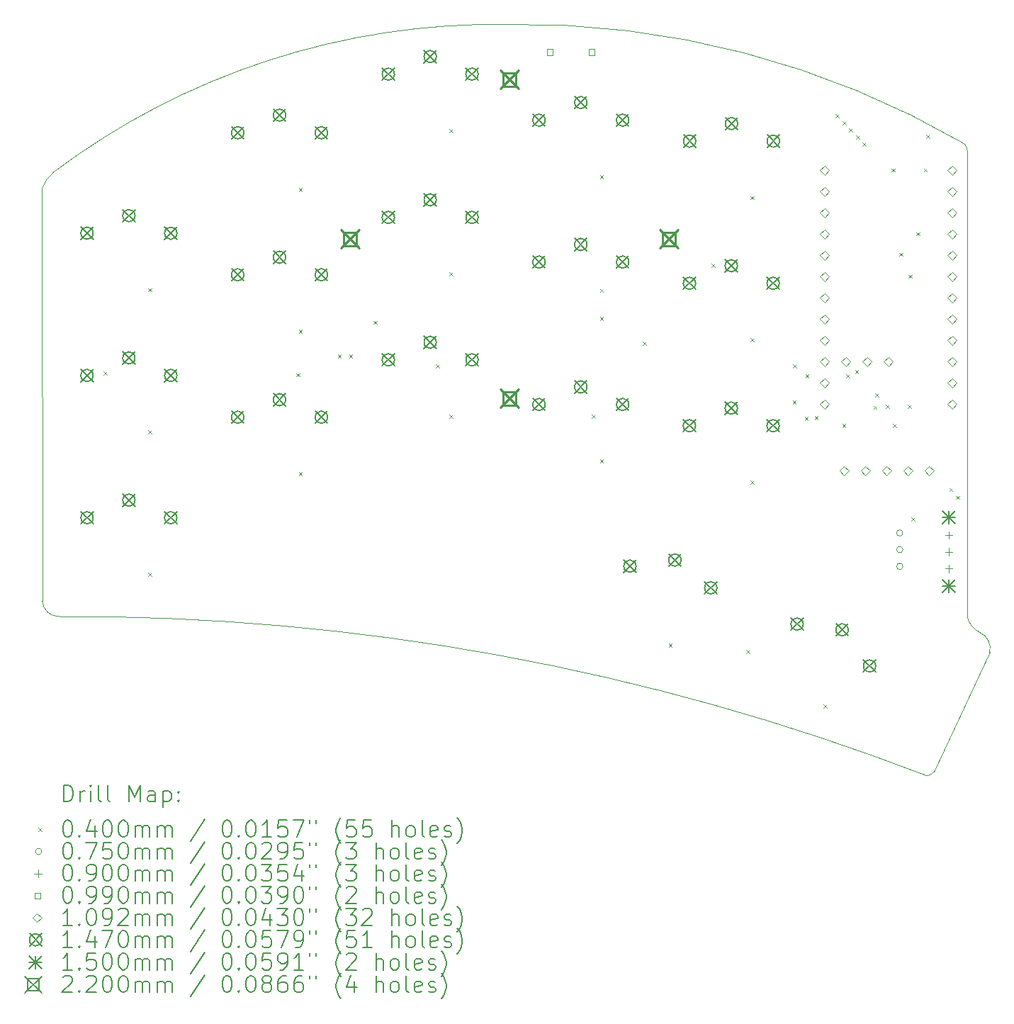
<source format=gbr>
%TF.GenerationSoftware,KiCad,Pcbnew,7.0.8*%
%TF.CreationDate,2023-10-31T13:57:49-04:00*%
%TF.ProjectId,half-swept,68616c66-2d73-4776-9570-742e6b696361,rev?*%
%TF.SameCoordinates,Original*%
%TF.FileFunction,Drillmap*%
%TF.FilePolarity,Positive*%
%FSLAX45Y45*%
G04 Gerber Fmt 4.5, Leading zero omitted, Abs format (unit mm)*
G04 Created by KiCad (PCBNEW 7.0.8) date 2023-10-31 13:57:49*
%MOMM*%
%LPD*%
G01*
G04 APERTURE LIST*
%ADD10C,0.050000*%
%ADD11C,0.200000*%
%ADD12C,0.040000*%
%ADD13C,0.075000*%
%ADD14C,0.090000*%
%ADD15C,0.099000*%
%ADD16C,0.109220*%
%ADD17C,0.147000*%
%ADD18C,0.150000*%
%ADD19C,0.220000*%
G04 APERTURE END LIST*
D10*
X1223692Y-3220171D02*
X1227712Y-8147003D01*
X12278886Y-2760878D02*
G75*
G03*
X12242686Y-2680500I-104476J1288D01*
G01*
X1366385Y-3018799D02*
G75*
G03*
X1223692Y-3220171I244505J-324501D01*
G01*
X12242686Y-2680500D02*
G75*
G03*
X6792687Y-1256251I-5286691J-9090387D01*
G01*
X11758266Y-10218445D02*
G75*
G03*
X1431486Y-8330613I-10180840J-26502434D01*
G01*
X1227709Y-8147003D02*
G75*
G03*
X1431486Y-8330612I197801J14643D01*
G01*
X12278887Y-2760878D02*
X12278886Y-8330500D01*
X6792687Y-1256252D02*
G75*
G03*
X1366386Y-3018800I-139342J-8805174D01*
G01*
X11758268Y-10218440D02*
G75*
G03*
X11878948Y-10185024I43992J75750D01*
G01*
X12547988Y-8757716D02*
X11878948Y-10185024D01*
X12278887Y-8330500D02*
G75*
G03*
X12432988Y-8522716I279953J66560D01*
G01*
X12547986Y-8757716D02*
G75*
G03*
X12432988Y-8522716I-199306J48106D01*
G01*
D11*
D12*
X1960293Y-5403206D02*
X2000293Y-5443206D01*
X2000293Y-5403206D02*
X1960293Y-5443206D01*
X2491927Y-4407958D02*
X2531927Y-4447958D01*
X2531927Y-4407958D02*
X2491927Y-4447958D01*
X2491927Y-7807958D02*
X2531927Y-7847958D01*
X2531927Y-7807958D02*
X2491927Y-7847958D01*
X2491927Y-6106958D02*
X2531927Y-6146958D01*
X2531927Y-6106958D02*
X2491927Y-6146958D01*
X4261293Y-5424206D02*
X4301293Y-5464206D01*
X4301293Y-5424206D02*
X4261293Y-5464206D01*
X4291885Y-4903857D02*
X4331885Y-4943857D01*
X4331885Y-4903857D02*
X4291885Y-4943857D01*
X4291908Y-6606940D02*
X4331908Y-6646940D01*
X4331908Y-6606940D02*
X4291908Y-6646940D01*
X4291927Y-3206958D02*
X4331927Y-3246958D01*
X4331927Y-3206958D02*
X4291927Y-3246958D01*
X4758293Y-5196206D02*
X4798293Y-5236206D01*
X4798293Y-5196206D02*
X4758293Y-5236206D01*
X4894000Y-5196000D02*
X4934000Y-5236000D01*
X4934000Y-5196000D02*
X4894000Y-5236000D01*
X5187293Y-4797206D02*
X5227293Y-4837206D01*
X5227293Y-4797206D02*
X5187293Y-4837206D01*
X5930480Y-5319019D02*
X5970480Y-5359019D01*
X5970480Y-5319019D02*
X5930480Y-5359019D01*
X6091927Y-4218958D02*
X6131927Y-4258958D01*
X6131927Y-4218958D02*
X6091927Y-4258958D01*
X6092057Y-5920597D02*
X6132057Y-5960597D01*
X6132057Y-5920597D02*
X6092057Y-5960597D01*
X6092307Y-2507229D02*
X6132307Y-2547229D01*
X6132307Y-2507229D02*
X6092307Y-2547229D01*
X7795234Y-5917265D02*
X7835234Y-5957265D01*
X7835234Y-5917265D02*
X7795234Y-5957265D01*
X7891828Y-3056806D02*
X7931828Y-3096806D01*
X7931828Y-3056806D02*
X7891828Y-3096806D01*
X7891925Y-4416573D02*
X7931925Y-4456573D01*
X7931925Y-4416573D02*
X7891925Y-4456573D01*
X7891925Y-4751957D02*
X7931925Y-4791957D01*
X7931925Y-4751957D02*
X7891925Y-4791957D01*
X7891927Y-6453958D02*
X7931927Y-6493958D01*
X7931927Y-6453958D02*
X7891927Y-6493958D01*
X8401000Y-5047000D02*
X8441000Y-5087000D01*
X8441000Y-5047000D02*
X8401000Y-5087000D01*
X8713000Y-8655000D02*
X8753000Y-8695000D01*
X8753000Y-8655000D02*
X8713000Y-8695000D01*
X9225293Y-4114206D02*
X9265293Y-4154206D01*
X9265293Y-4114206D02*
X9225293Y-4154206D01*
X9636919Y-8729350D02*
X9676919Y-8769350D01*
X9676919Y-8729350D02*
X9636919Y-8769350D01*
X9688844Y-6707934D02*
X9728844Y-6747934D01*
X9728844Y-6707934D02*
X9688844Y-6747934D01*
X9689753Y-5005804D02*
X9729753Y-5045804D01*
X9729753Y-5005804D02*
X9689753Y-5045804D01*
X9691842Y-3306871D02*
X9731842Y-3346871D01*
X9731842Y-3306871D02*
X9691842Y-3346871D01*
X10193293Y-5747206D02*
X10233293Y-5787206D01*
X10233293Y-5747206D02*
X10193293Y-5787206D01*
X10198000Y-5318000D02*
X10238000Y-5358000D01*
X10238000Y-5318000D02*
X10198000Y-5358000D01*
X10338293Y-5946206D02*
X10378293Y-5986206D01*
X10378293Y-5946206D02*
X10338293Y-5986206D01*
X10345293Y-5433206D02*
X10385293Y-5473206D01*
X10385293Y-5433206D02*
X10345293Y-5473206D01*
X10455293Y-5935206D02*
X10495293Y-5975206D01*
X10495293Y-5935206D02*
X10455293Y-5975206D01*
X10559399Y-9384399D02*
X10599399Y-9424399D01*
X10599399Y-9384399D02*
X10559399Y-9424399D01*
X10705293Y-2328206D02*
X10745293Y-2368206D01*
X10745293Y-2328206D02*
X10705293Y-2368206D01*
X10787000Y-6028000D02*
X10827000Y-6068000D01*
X10827000Y-6028000D02*
X10787000Y-6068000D01*
X10789293Y-2416206D02*
X10829293Y-2456206D01*
X10829293Y-2416206D02*
X10789293Y-2456206D01*
X10834293Y-5433206D02*
X10874293Y-5473206D01*
X10874293Y-5433206D02*
X10834293Y-5473206D01*
X10868293Y-2500206D02*
X10908293Y-2540206D01*
X10908293Y-2500206D02*
X10868293Y-2540206D01*
X10938293Y-5385206D02*
X10978293Y-5425206D01*
X10978293Y-5385206D02*
X10938293Y-5425206D01*
X10949293Y-2584206D02*
X10989293Y-2624206D01*
X10989293Y-2584206D02*
X10949293Y-2624206D01*
X11028293Y-2668206D02*
X11068293Y-2708206D01*
X11068293Y-2668206D02*
X11028293Y-2708206D01*
X11158000Y-5813000D02*
X11198000Y-5853000D01*
X11198000Y-5813000D02*
X11158000Y-5853000D01*
X11178000Y-5663000D02*
X11218000Y-5703000D01*
X11218000Y-5663000D02*
X11178000Y-5703000D01*
X11305000Y-5802000D02*
X11345000Y-5842000D01*
X11345000Y-5802000D02*
X11305000Y-5842000D01*
X11374000Y-2977000D02*
X11414000Y-3017000D01*
X11414000Y-2977000D02*
X11374000Y-3017000D01*
X11389000Y-6031000D02*
X11429000Y-6071000D01*
X11429000Y-6031000D02*
X11389000Y-6071000D01*
X11467000Y-3985000D02*
X11507000Y-4025000D01*
X11507000Y-3985000D02*
X11467000Y-4025000D01*
X11569000Y-5802000D02*
X11609000Y-5842000D01*
X11609000Y-5802000D02*
X11569000Y-5842000D01*
X11581000Y-4246000D02*
X11621000Y-4286000D01*
X11621000Y-4246000D02*
X11581000Y-4286000D01*
X11610293Y-7144206D02*
X11650293Y-7184206D01*
X11650293Y-7144206D02*
X11610293Y-7184206D01*
X11673175Y-3739175D02*
X11713175Y-3779175D01*
X11713175Y-3739175D02*
X11673175Y-3779175D01*
X11759000Y-2977000D02*
X11799000Y-3017000D01*
X11799000Y-2977000D02*
X11759000Y-3017000D01*
X11791307Y-2577229D02*
X11831307Y-2617229D01*
X11831307Y-2577229D02*
X11791307Y-2617229D01*
X12064000Y-6796000D02*
X12104000Y-6836000D01*
X12104000Y-6796000D02*
X12064000Y-6836000D01*
X12148000Y-6889000D02*
X12188000Y-6929000D01*
X12188000Y-6889000D02*
X12148000Y-6929000D01*
D13*
X11510807Y-7331229D02*
G75*
G03*
X11510807Y-7331229I-37500J0D01*
G01*
X11510807Y-7531229D02*
G75*
G03*
X11510807Y-7531229I-37500J0D01*
G01*
X11510807Y-7731229D02*
G75*
G03*
X11510807Y-7731229I-37500J0D01*
G01*
D14*
X12059000Y-7312000D02*
X12059000Y-7402000D01*
X12014000Y-7357000D02*
X12104000Y-7357000D01*
X12059000Y-7512000D02*
X12059000Y-7602000D01*
X12014000Y-7557000D02*
X12104000Y-7557000D01*
X12059000Y-7712000D02*
X12059000Y-7802000D01*
X12014000Y-7757000D02*
X12104000Y-7757000D01*
D15*
X7330189Y-1621752D02*
X7330189Y-1551748D01*
X7260184Y-1551748D01*
X7260184Y-1621752D01*
X7330189Y-1621752D01*
X7830189Y-1621752D02*
X7830189Y-1551748D01*
X7760184Y-1551748D01*
X7760184Y-1621752D01*
X7830189Y-1621752D01*
D16*
X10575686Y-3051785D02*
X10630296Y-2997175D01*
X10575686Y-2942565D01*
X10521076Y-2997175D01*
X10575686Y-3051785D01*
X10575686Y-3305785D02*
X10630296Y-3251175D01*
X10575686Y-3196565D01*
X10521076Y-3251175D01*
X10575686Y-3305785D01*
X10575686Y-3559785D02*
X10630296Y-3505175D01*
X10575686Y-3450565D01*
X10521076Y-3505175D01*
X10575686Y-3559785D01*
X10575686Y-3813785D02*
X10630296Y-3759175D01*
X10575686Y-3704565D01*
X10521076Y-3759175D01*
X10575686Y-3813785D01*
X10575686Y-4067785D02*
X10630296Y-4013175D01*
X10575686Y-3958565D01*
X10521076Y-4013175D01*
X10575686Y-4067785D01*
X10575686Y-4321785D02*
X10630296Y-4267175D01*
X10575686Y-4212565D01*
X10521076Y-4267175D01*
X10575686Y-4321785D01*
X10575686Y-4575785D02*
X10630296Y-4521175D01*
X10575686Y-4466565D01*
X10521076Y-4521175D01*
X10575686Y-4575785D01*
X10575686Y-4829785D02*
X10630296Y-4775175D01*
X10575686Y-4720565D01*
X10521076Y-4775175D01*
X10575686Y-4829785D01*
X10575686Y-5083785D02*
X10630296Y-5029175D01*
X10575686Y-4974565D01*
X10521076Y-5029175D01*
X10575686Y-5083785D01*
X10575686Y-5337785D02*
X10630296Y-5283175D01*
X10575686Y-5228565D01*
X10521076Y-5283175D01*
X10575686Y-5337785D01*
X10575686Y-5591785D02*
X10630296Y-5537175D01*
X10575686Y-5482565D01*
X10521076Y-5537175D01*
X10575686Y-5591785D01*
X10575686Y-5845785D02*
X10630296Y-5791175D01*
X10575686Y-5736565D01*
X10521076Y-5791175D01*
X10575686Y-5845785D01*
X10807307Y-6644839D02*
X10861917Y-6590229D01*
X10807307Y-6535619D01*
X10752697Y-6590229D01*
X10807307Y-6644839D01*
X10829686Y-5337785D02*
X10884296Y-5283175D01*
X10829686Y-5228565D01*
X10775076Y-5283175D01*
X10829686Y-5337785D01*
X11061307Y-6644839D02*
X11115917Y-6590229D01*
X11061307Y-6535619D01*
X11006697Y-6590229D01*
X11061307Y-6644839D01*
X11083686Y-5337785D02*
X11138296Y-5283175D01*
X11083686Y-5228565D01*
X11029076Y-5283175D01*
X11083686Y-5337785D01*
X11315307Y-6644839D02*
X11369917Y-6590229D01*
X11315307Y-6535619D01*
X11260697Y-6590229D01*
X11315307Y-6644839D01*
X11337686Y-5337785D02*
X11392296Y-5283175D01*
X11337686Y-5228565D01*
X11283076Y-5283175D01*
X11337686Y-5337785D01*
X11569307Y-6644839D02*
X11623917Y-6590229D01*
X11569307Y-6535619D01*
X11514697Y-6590229D01*
X11569307Y-6644839D01*
X11823307Y-6644839D02*
X11877917Y-6590229D01*
X11823307Y-6535619D01*
X11768697Y-6590229D01*
X11823307Y-6644839D01*
X12099686Y-3051785D02*
X12154296Y-2997175D01*
X12099686Y-2942565D01*
X12045076Y-2997175D01*
X12099686Y-3051785D01*
X12099686Y-3305785D02*
X12154296Y-3251175D01*
X12099686Y-3196565D01*
X12045076Y-3251175D01*
X12099686Y-3305785D01*
X12099686Y-3559785D02*
X12154296Y-3505175D01*
X12099686Y-3450565D01*
X12045076Y-3505175D01*
X12099686Y-3559785D01*
X12099686Y-3813785D02*
X12154296Y-3759175D01*
X12099686Y-3704565D01*
X12045076Y-3759175D01*
X12099686Y-3813785D01*
X12099686Y-4067785D02*
X12154296Y-4013175D01*
X12099686Y-3958565D01*
X12045076Y-4013175D01*
X12099686Y-4067785D01*
X12099686Y-4321785D02*
X12154296Y-4267175D01*
X12099686Y-4212565D01*
X12045076Y-4267175D01*
X12099686Y-4321785D01*
X12099686Y-4575785D02*
X12154296Y-4521175D01*
X12099686Y-4466565D01*
X12045076Y-4521175D01*
X12099686Y-4575785D01*
X12099686Y-4829785D02*
X12154296Y-4775175D01*
X12099686Y-4720565D01*
X12045076Y-4775175D01*
X12099686Y-4829785D01*
X12099686Y-5083785D02*
X12154296Y-5029175D01*
X12099686Y-4974565D01*
X12045076Y-5029175D01*
X12099686Y-5083785D01*
X12099686Y-5337785D02*
X12154296Y-5283175D01*
X12099686Y-5228565D01*
X12045076Y-5283175D01*
X12099686Y-5337785D01*
X12099686Y-5591785D02*
X12154296Y-5537175D01*
X12099686Y-5482565D01*
X12045076Y-5537175D01*
X12099686Y-5591785D01*
X12099686Y-5845785D02*
X12154296Y-5791175D01*
X12099686Y-5736565D01*
X12045076Y-5791175D01*
X12099686Y-5845785D01*
D17*
X1689186Y-3677000D02*
X1836186Y-3824000D01*
X1836186Y-3677000D02*
X1689186Y-3824000D01*
X1836186Y-3750500D02*
G75*
G03*
X1836186Y-3750500I-73500J0D01*
G01*
X1689186Y-5377000D02*
X1836186Y-5524000D01*
X1836186Y-5377000D02*
X1689186Y-5524000D01*
X1836186Y-5450500D02*
G75*
G03*
X1836186Y-5450500I-73500J0D01*
G01*
X1689186Y-7077000D02*
X1836186Y-7224000D01*
X1836186Y-7077000D02*
X1689186Y-7224000D01*
X1836186Y-7150500D02*
G75*
G03*
X1836186Y-7150500I-73500J0D01*
G01*
X2189187Y-3467000D02*
X2336187Y-3614000D01*
X2336187Y-3467000D02*
X2189187Y-3614000D01*
X2336187Y-3540500D02*
G75*
G03*
X2336187Y-3540500I-73500J0D01*
G01*
X2189187Y-5167000D02*
X2336187Y-5314000D01*
X2336187Y-5167000D02*
X2189187Y-5314000D01*
X2336187Y-5240500D02*
G75*
G03*
X2336187Y-5240500I-73500J0D01*
G01*
X2189187Y-6867000D02*
X2336187Y-7014000D01*
X2336187Y-6867000D02*
X2189187Y-7014000D01*
X2336187Y-6940500D02*
G75*
G03*
X2336187Y-6940500I-73500J0D01*
G01*
X2689187Y-3677000D02*
X2836186Y-3824000D01*
X2836186Y-3677000D02*
X2689187Y-3824000D01*
X2836186Y-3750500D02*
G75*
G03*
X2836186Y-3750500I-73500J0D01*
G01*
X2689187Y-5377000D02*
X2836186Y-5524000D01*
X2836186Y-5377000D02*
X2689187Y-5524000D01*
X2836186Y-5450500D02*
G75*
G03*
X2836186Y-5450500I-73500J0D01*
G01*
X2689187Y-7077000D02*
X2836186Y-7224000D01*
X2836186Y-7077000D02*
X2689187Y-7224000D01*
X2836186Y-7150500D02*
G75*
G03*
X2836186Y-7150500I-73500J0D01*
G01*
X3489186Y-5876200D02*
X3636186Y-6023200D01*
X3636186Y-5876200D02*
X3489186Y-6023200D01*
X3636186Y-5949700D02*
G75*
G03*
X3636186Y-5949700I-73500J0D01*
G01*
X3489187Y-2477000D02*
X3636187Y-2624000D01*
X3636187Y-2477000D02*
X3489187Y-2624000D01*
X3636187Y-2550500D02*
G75*
G03*
X3636187Y-2550500I-73500J0D01*
G01*
X3489187Y-4174400D02*
X3636187Y-4321400D01*
X3636187Y-4174400D02*
X3489187Y-4321400D01*
X3636187Y-4247900D02*
G75*
G03*
X3636187Y-4247900I-73500J0D01*
G01*
X3989186Y-5666200D02*
X4136186Y-5813200D01*
X4136186Y-5666200D02*
X3989186Y-5813200D01*
X4136186Y-5739700D02*
G75*
G03*
X4136186Y-5739700I-73500J0D01*
G01*
X3989187Y-2267000D02*
X4136187Y-2414000D01*
X4136187Y-2267000D02*
X3989187Y-2414000D01*
X4136187Y-2340500D02*
G75*
G03*
X4136187Y-2340500I-73500J0D01*
G01*
X3989187Y-3964400D02*
X4136187Y-4111400D01*
X4136187Y-3964400D02*
X3989187Y-4111400D01*
X4136187Y-4037900D02*
G75*
G03*
X4136187Y-4037900I-73500J0D01*
G01*
X4489186Y-5876200D02*
X4636186Y-6023200D01*
X4636186Y-5876200D02*
X4489186Y-6023200D01*
X4636186Y-5949700D02*
G75*
G03*
X4636186Y-5949700I-73500J0D01*
G01*
X4489187Y-2477000D02*
X4636187Y-2624000D01*
X4636187Y-2477000D02*
X4489187Y-2624000D01*
X4636187Y-2550500D02*
G75*
G03*
X4636187Y-2550500I-73500J0D01*
G01*
X4489187Y-4174400D02*
X4636187Y-4321400D01*
X4636187Y-4174400D02*
X4489187Y-4321400D01*
X4636187Y-4247900D02*
G75*
G03*
X4636187Y-4247900I-73500J0D01*
G01*
X5289186Y-5190400D02*
X5436186Y-5337400D01*
X5436186Y-5190400D02*
X5289186Y-5337400D01*
X5436186Y-5263900D02*
G75*
G03*
X5436186Y-5263900I-73500J0D01*
G01*
X5289186Y-1777000D02*
X5436186Y-1924000D01*
X5436186Y-1777000D02*
X5289186Y-1924000D01*
X5436186Y-1850500D02*
G75*
G03*
X5436186Y-1850500I-73500J0D01*
G01*
X5289187Y-3488600D02*
X5436187Y-3635600D01*
X5436187Y-3488600D02*
X5289187Y-3635600D01*
X5436187Y-3562100D02*
G75*
G03*
X5436187Y-3562100I-73500J0D01*
G01*
X5789186Y-4980400D02*
X5936186Y-5127400D01*
X5936186Y-4980400D02*
X5789186Y-5127400D01*
X5936186Y-5053900D02*
G75*
G03*
X5936186Y-5053900I-73500J0D01*
G01*
X5789186Y-1567000D02*
X5936186Y-1714000D01*
X5936186Y-1567000D02*
X5789186Y-1714000D01*
X5936186Y-1640500D02*
G75*
G03*
X5936186Y-1640500I-73500J0D01*
G01*
X5789187Y-3278600D02*
X5936187Y-3425600D01*
X5936187Y-3278600D02*
X5789187Y-3425600D01*
X5936187Y-3352100D02*
G75*
G03*
X5936187Y-3352100I-73500J0D01*
G01*
X6289186Y-5190400D02*
X6436186Y-5337400D01*
X6436186Y-5190400D02*
X6289186Y-5337400D01*
X6436186Y-5263900D02*
G75*
G03*
X6436186Y-5263900I-73500J0D01*
G01*
X6289186Y-1777000D02*
X6436186Y-1924000D01*
X6436186Y-1777000D02*
X6289186Y-1924000D01*
X6436186Y-1850500D02*
G75*
G03*
X6436186Y-1850500I-73500J0D01*
G01*
X6289187Y-3488600D02*
X6436187Y-3635600D01*
X6436187Y-3488600D02*
X6289187Y-3635600D01*
X6436187Y-3562100D02*
G75*
G03*
X6436187Y-3562100I-73500J0D01*
G01*
X7089186Y-2327000D02*
X7236186Y-2474000D01*
X7236186Y-2327000D02*
X7089186Y-2474000D01*
X7236186Y-2400500D02*
G75*
G03*
X7236186Y-2400500I-73500J0D01*
G01*
X7089186Y-5723800D02*
X7236186Y-5870800D01*
X7236186Y-5723800D02*
X7089186Y-5870800D01*
X7236186Y-5797300D02*
G75*
G03*
X7236186Y-5797300I-73500J0D01*
G01*
X7089187Y-4022000D02*
X7236187Y-4169000D01*
X7236187Y-4022000D02*
X7089187Y-4169000D01*
X7236187Y-4095500D02*
G75*
G03*
X7236187Y-4095500I-73500J0D01*
G01*
X7589186Y-2117000D02*
X7736186Y-2264000D01*
X7736186Y-2117000D02*
X7589186Y-2264000D01*
X7736186Y-2190500D02*
G75*
G03*
X7736186Y-2190500I-73500J0D01*
G01*
X7589186Y-5513801D02*
X7736186Y-5660800D01*
X7736186Y-5513801D02*
X7589186Y-5660800D01*
X7736186Y-5587301D02*
G75*
G03*
X7736186Y-5587301I-73500J0D01*
G01*
X7589187Y-3812000D02*
X7736187Y-3959000D01*
X7736187Y-3812000D02*
X7589187Y-3959000D01*
X7736187Y-3885500D02*
G75*
G03*
X7736187Y-3885500I-73500J0D01*
G01*
X8089186Y-2327000D02*
X8236186Y-2474000D01*
X8236186Y-2327000D02*
X8089186Y-2474000D01*
X8236186Y-2400500D02*
G75*
G03*
X8236186Y-2400500I-73500J0D01*
G01*
X8089186Y-5723800D02*
X8236186Y-5870800D01*
X8236186Y-5723800D02*
X8089186Y-5870800D01*
X8236186Y-5797300D02*
G75*
G03*
X8236186Y-5797300I-73500J0D01*
G01*
X8089187Y-4022000D02*
X8236187Y-4169000D01*
X8236187Y-4022000D02*
X8089187Y-4169000D01*
X8236187Y-4095500D02*
G75*
G03*
X8236187Y-4095500I-73500J0D01*
G01*
X8175540Y-7655539D02*
X8322540Y-7802539D01*
X8322540Y-7655539D02*
X8175540Y-7802539D01*
X8322540Y-7729039D02*
G75*
G03*
X8322540Y-7729039I-73500J0D01*
G01*
X8712855Y-7582104D02*
X8859855Y-7729104D01*
X8859855Y-7582104D02*
X8712855Y-7729104D01*
X8859855Y-7655604D02*
G75*
G03*
X8859855Y-7655604I-73500J0D01*
G01*
X8886552Y-5977800D02*
X9033552Y-6124800D01*
X9033552Y-5977800D02*
X8886552Y-6124800D01*
X9033552Y-6051300D02*
G75*
G03*
X9033552Y-6051300I-73500J0D01*
G01*
X8887187Y-4276000D02*
X9034187Y-4423000D01*
X9034187Y-4276000D02*
X8887187Y-4423000D01*
X9034187Y-4349500D02*
G75*
G03*
X9034187Y-4349500I-73500J0D01*
G01*
X8889186Y-2577000D02*
X9036186Y-2724000D01*
X9036186Y-2577000D02*
X8889186Y-2724000D01*
X9036186Y-2650500D02*
G75*
G03*
X9036186Y-2650500I-73500J0D01*
G01*
X9141466Y-7914358D02*
X9288466Y-8061358D01*
X9288466Y-7914358D02*
X9141466Y-8061358D01*
X9288466Y-7987858D02*
G75*
G03*
X9288466Y-7987858I-73500J0D01*
G01*
X9386552Y-5767800D02*
X9533552Y-5914800D01*
X9533552Y-5767800D02*
X9386552Y-5914800D01*
X9533552Y-5841300D02*
G75*
G03*
X9533552Y-5841300I-73500J0D01*
G01*
X9387187Y-4066000D02*
X9534187Y-4213000D01*
X9534187Y-4066000D02*
X9387187Y-4213000D01*
X9534187Y-4139500D02*
G75*
G03*
X9534187Y-4139500I-73500J0D01*
G01*
X9389186Y-2367000D02*
X9536186Y-2514000D01*
X9536186Y-2367000D02*
X9389186Y-2514000D01*
X9536186Y-2440500D02*
G75*
G03*
X9536186Y-2440500I-73500J0D01*
G01*
X9886552Y-5977800D02*
X10033552Y-6124800D01*
X10033552Y-5977800D02*
X9886552Y-6124800D01*
X10033552Y-6051300D02*
G75*
G03*
X10033552Y-6051300I-73500J0D01*
G01*
X9887187Y-4276000D02*
X10034187Y-4423000D01*
X10034187Y-4276000D02*
X9887187Y-4423000D01*
X10034187Y-4349500D02*
G75*
G03*
X10034187Y-4349500I-73500J0D01*
G01*
X9889186Y-2577000D02*
X10036186Y-2724000D01*
X10036186Y-2577000D02*
X9889186Y-2724000D01*
X10036186Y-2650500D02*
G75*
G03*
X10036186Y-2650500I-73500J0D01*
G01*
X10173139Y-8347910D02*
X10320139Y-8494911D01*
X10320139Y-8347910D02*
X10173139Y-8494911D01*
X10320139Y-8421411D02*
G75*
G03*
X10320139Y-8421411I-73500J0D01*
G01*
X10711152Y-8416045D02*
X10858152Y-8563045D01*
X10858152Y-8416045D02*
X10711152Y-8563045D01*
X10858152Y-8489545D02*
G75*
G03*
X10858152Y-8489545I-73500J0D01*
G01*
X11039165Y-8847911D02*
X11186165Y-8994911D01*
X11186165Y-8847911D02*
X11039165Y-8994911D01*
X11186165Y-8921411D02*
G75*
G03*
X11186165Y-8921411I-73500J0D01*
G01*
D18*
X11984000Y-7072000D02*
X12134000Y-7222000D01*
X12134000Y-7072000D02*
X11984000Y-7222000D01*
X12059000Y-7072000D02*
X12059000Y-7222000D01*
X11984000Y-7147000D02*
X12134000Y-7147000D01*
X11984000Y-7892000D02*
X12134000Y-8042000D01*
X12134000Y-7892000D02*
X11984000Y-8042000D01*
X12059000Y-7892000D02*
X12059000Y-8042000D01*
X11984000Y-7967000D02*
X12134000Y-7967000D01*
D19*
X4797687Y-3710500D02*
X5017687Y-3930500D01*
X5017687Y-3710500D02*
X4797687Y-3930500D01*
X4985469Y-3898283D02*
X4985469Y-3742718D01*
X4829904Y-3742718D01*
X4829904Y-3898283D01*
X4985469Y-3898283D01*
X6702687Y-1805500D02*
X6922687Y-2025500D01*
X6922687Y-1805500D02*
X6702687Y-2025500D01*
X6890469Y-1993283D02*
X6890469Y-1837718D01*
X6734904Y-1837718D01*
X6734904Y-1993283D01*
X6890469Y-1993283D01*
X6702687Y-5615500D02*
X6922687Y-5835500D01*
X6922687Y-5615500D02*
X6702687Y-5835500D01*
X6890469Y-5803283D02*
X6890469Y-5647718D01*
X6734904Y-5647718D01*
X6734904Y-5803283D01*
X6890469Y-5803283D01*
X8607687Y-3710500D02*
X8827687Y-3930500D01*
X8827687Y-3710500D02*
X8607687Y-3930500D01*
X8795469Y-3898283D02*
X8795469Y-3742718D01*
X8639904Y-3742718D01*
X8639904Y-3898283D01*
X8795469Y-3898283D01*
D11*
X1481969Y-10544271D02*
X1481969Y-10344271D01*
X1481969Y-10344271D02*
X1529588Y-10344271D01*
X1529588Y-10344271D02*
X1558159Y-10353795D01*
X1558159Y-10353795D02*
X1577207Y-10372842D01*
X1577207Y-10372842D02*
X1586730Y-10391890D01*
X1586730Y-10391890D02*
X1596254Y-10429985D01*
X1596254Y-10429985D02*
X1596254Y-10458557D01*
X1596254Y-10458557D02*
X1586730Y-10496652D01*
X1586730Y-10496652D02*
X1577207Y-10515699D01*
X1577207Y-10515699D02*
X1558159Y-10534747D01*
X1558159Y-10534747D02*
X1529588Y-10544271D01*
X1529588Y-10544271D02*
X1481969Y-10544271D01*
X1681969Y-10544271D02*
X1681969Y-10410938D01*
X1681969Y-10449033D02*
X1691492Y-10429985D01*
X1691492Y-10429985D02*
X1701016Y-10420461D01*
X1701016Y-10420461D02*
X1720064Y-10410938D01*
X1720064Y-10410938D02*
X1739111Y-10410938D01*
X1805778Y-10544271D02*
X1805778Y-10410938D01*
X1805778Y-10344271D02*
X1796254Y-10353795D01*
X1796254Y-10353795D02*
X1805778Y-10363319D01*
X1805778Y-10363319D02*
X1815302Y-10353795D01*
X1815302Y-10353795D02*
X1805778Y-10344271D01*
X1805778Y-10344271D02*
X1805778Y-10363319D01*
X1929588Y-10544271D02*
X1910540Y-10534747D01*
X1910540Y-10534747D02*
X1901016Y-10515699D01*
X1901016Y-10515699D02*
X1901016Y-10344271D01*
X2034349Y-10544271D02*
X2015302Y-10534747D01*
X2015302Y-10534747D02*
X2005778Y-10515699D01*
X2005778Y-10515699D02*
X2005778Y-10344271D01*
X2262921Y-10544271D02*
X2262921Y-10344271D01*
X2262921Y-10344271D02*
X2329588Y-10487128D01*
X2329588Y-10487128D02*
X2396254Y-10344271D01*
X2396254Y-10344271D02*
X2396254Y-10544271D01*
X2577207Y-10544271D02*
X2577207Y-10439509D01*
X2577207Y-10439509D02*
X2567683Y-10420461D01*
X2567683Y-10420461D02*
X2548635Y-10410938D01*
X2548635Y-10410938D02*
X2510540Y-10410938D01*
X2510540Y-10410938D02*
X2491492Y-10420461D01*
X2577207Y-10534747D02*
X2558159Y-10544271D01*
X2558159Y-10544271D02*
X2510540Y-10544271D01*
X2510540Y-10544271D02*
X2491492Y-10534747D01*
X2491492Y-10534747D02*
X2481969Y-10515699D01*
X2481969Y-10515699D02*
X2481969Y-10496652D01*
X2481969Y-10496652D02*
X2491492Y-10477604D01*
X2491492Y-10477604D02*
X2510540Y-10468080D01*
X2510540Y-10468080D02*
X2558159Y-10468080D01*
X2558159Y-10468080D02*
X2577207Y-10458557D01*
X2672445Y-10410938D02*
X2672445Y-10610938D01*
X2672445Y-10420461D02*
X2691492Y-10410938D01*
X2691492Y-10410938D02*
X2729588Y-10410938D01*
X2729588Y-10410938D02*
X2748635Y-10420461D01*
X2748635Y-10420461D02*
X2758159Y-10429985D01*
X2758159Y-10429985D02*
X2767683Y-10449033D01*
X2767683Y-10449033D02*
X2767683Y-10506176D01*
X2767683Y-10506176D02*
X2758159Y-10525223D01*
X2758159Y-10525223D02*
X2748635Y-10534747D01*
X2748635Y-10534747D02*
X2729588Y-10544271D01*
X2729588Y-10544271D02*
X2691492Y-10544271D01*
X2691492Y-10544271D02*
X2672445Y-10534747D01*
X2853397Y-10525223D02*
X2862921Y-10534747D01*
X2862921Y-10534747D02*
X2853397Y-10544271D01*
X2853397Y-10544271D02*
X2843873Y-10534747D01*
X2843873Y-10534747D02*
X2853397Y-10525223D01*
X2853397Y-10525223D02*
X2853397Y-10544271D01*
X2853397Y-10420461D02*
X2862921Y-10429985D01*
X2862921Y-10429985D02*
X2853397Y-10439509D01*
X2853397Y-10439509D02*
X2843873Y-10429985D01*
X2843873Y-10429985D02*
X2853397Y-10420461D01*
X2853397Y-10420461D02*
X2853397Y-10439509D01*
D12*
X1181192Y-10852787D02*
X1221192Y-10892787D01*
X1221192Y-10852787D02*
X1181192Y-10892787D01*
D11*
X1520064Y-10764271D02*
X1539111Y-10764271D01*
X1539111Y-10764271D02*
X1558159Y-10773795D01*
X1558159Y-10773795D02*
X1567683Y-10783319D01*
X1567683Y-10783319D02*
X1577207Y-10802366D01*
X1577207Y-10802366D02*
X1586730Y-10840461D01*
X1586730Y-10840461D02*
X1586730Y-10888080D01*
X1586730Y-10888080D02*
X1577207Y-10926176D01*
X1577207Y-10926176D02*
X1567683Y-10945223D01*
X1567683Y-10945223D02*
X1558159Y-10954747D01*
X1558159Y-10954747D02*
X1539111Y-10964271D01*
X1539111Y-10964271D02*
X1520064Y-10964271D01*
X1520064Y-10964271D02*
X1501016Y-10954747D01*
X1501016Y-10954747D02*
X1491492Y-10945223D01*
X1491492Y-10945223D02*
X1481969Y-10926176D01*
X1481969Y-10926176D02*
X1472445Y-10888080D01*
X1472445Y-10888080D02*
X1472445Y-10840461D01*
X1472445Y-10840461D02*
X1481969Y-10802366D01*
X1481969Y-10802366D02*
X1491492Y-10783319D01*
X1491492Y-10783319D02*
X1501016Y-10773795D01*
X1501016Y-10773795D02*
X1520064Y-10764271D01*
X1672445Y-10945223D02*
X1681969Y-10954747D01*
X1681969Y-10954747D02*
X1672445Y-10964271D01*
X1672445Y-10964271D02*
X1662921Y-10954747D01*
X1662921Y-10954747D02*
X1672445Y-10945223D01*
X1672445Y-10945223D02*
X1672445Y-10964271D01*
X1853397Y-10830938D02*
X1853397Y-10964271D01*
X1805778Y-10754747D02*
X1758159Y-10897604D01*
X1758159Y-10897604D02*
X1881969Y-10897604D01*
X1996254Y-10764271D02*
X2015302Y-10764271D01*
X2015302Y-10764271D02*
X2034350Y-10773795D01*
X2034350Y-10773795D02*
X2043873Y-10783319D01*
X2043873Y-10783319D02*
X2053397Y-10802366D01*
X2053397Y-10802366D02*
X2062921Y-10840461D01*
X2062921Y-10840461D02*
X2062921Y-10888080D01*
X2062921Y-10888080D02*
X2053397Y-10926176D01*
X2053397Y-10926176D02*
X2043873Y-10945223D01*
X2043873Y-10945223D02*
X2034350Y-10954747D01*
X2034350Y-10954747D02*
X2015302Y-10964271D01*
X2015302Y-10964271D02*
X1996254Y-10964271D01*
X1996254Y-10964271D02*
X1977207Y-10954747D01*
X1977207Y-10954747D02*
X1967683Y-10945223D01*
X1967683Y-10945223D02*
X1958159Y-10926176D01*
X1958159Y-10926176D02*
X1948635Y-10888080D01*
X1948635Y-10888080D02*
X1948635Y-10840461D01*
X1948635Y-10840461D02*
X1958159Y-10802366D01*
X1958159Y-10802366D02*
X1967683Y-10783319D01*
X1967683Y-10783319D02*
X1977207Y-10773795D01*
X1977207Y-10773795D02*
X1996254Y-10764271D01*
X2186731Y-10764271D02*
X2205778Y-10764271D01*
X2205778Y-10764271D02*
X2224826Y-10773795D01*
X2224826Y-10773795D02*
X2234350Y-10783319D01*
X2234350Y-10783319D02*
X2243873Y-10802366D01*
X2243873Y-10802366D02*
X2253397Y-10840461D01*
X2253397Y-10840461D02*
X2253397Y-10888080D01*
X2253397Y-10888080D02*
X2243873Y-10926176D01*
X2243873Y-10926176D02*
X2234350Y-10945223D01*
X2234350Y-10945223D02*
X2224826Y-10954747D01*
X2224826Y-10954747D02*
X2205778Y-10964271D01*
X2205778Y-10964271D02*
X2186731Y-10964271D01*
X2186731Y-10964271D02*
X2167683Y-10954747D01*
X2167683Y-10954747D02*
X2158159Y-10945223D01*
X2158159Y-10945223D02*
X2148635Y-10926176D01*
X2148635Y-10926176D02*
X2139112Y-10888080D01*
X2139112Y-10888080D02*
X2139112Y-10840461D01*
X2139112Y-10840461D02*
X2148635Y-10802366D01*
X2148635Y-10802366D02*
X2158159Y-10783319D01*
X2158159Y-10783319D02*
X2167683Y-10773795D01*
X2167683Y-10773795D02*
X2186731Y-10764271D01*
X2339112Y-10964271D02*
X2339112Y-10830938D01*
X2339112Y-10849985D02*
X2348635Y-10840461D01*
X2348635Y-10840461D02*
X2367683Y-10830938D01*
X2367683Y-10830938D02*
X2396254Y-10830938D01*
X2396254Y-10830938D02*
X2415302Y-10840461D01*
X2415302Y-10840461D02*
X2424826Y-10859509D01*
X2424826Y-10859509D02*
X2424826Y-10964271D01*
X2424826Y-10859509D02*
X2434350Y-10840461D01*
X2434350Y-10840461D02*
X2453397Y-10830938D01*
X2453397Y-10830938D02*
X2481969Y-10830938D01*
X2481969Y-10830938D02*
X2501016Y-10840461D01*
X2501016Y-10840461D02*
X2510540Y-10859509D01*
X2510540Y-10859509D02*
X2510540Y-10964271D01*
X2605778Y-10964271D02*
X2605778Y-10830938D01*
X2605778Y-10849985D02*
X2615302Y-10840461D01*
X2615302Y-10840461D02*
X2634350Y-10830938D01*
X2634350Y-10830938D02*
X2662921Y-10830938D01*
X2662921Y-10830938D02*
X2681969Y-10840461D01*
X2681969Y-10840461D02*
X2691493Y-10859509D01*
X2691493Y-10859509D02*
X2691493Y-10964271D01*
X2691493Y-10859509D02*
X2701016Y-10840461D01*
X2701016Y-10840461D02*
X2720064Y-10830938D01*
X2720064Y-10830938D02*
X2748635Y-10830938D01*
X2748635Y-10830938D02*
X2767683Y-10840461D01*
X2767683Y-10840461D02*
X2777207Y-10859509D01*
X2777207Y-10859509D02*
X2777207Y-10964271D01*
X3167683Y-10754747D02*
X2996254Y-11011890D01*
X3424826Y-10764271D02*
X3443874Y-10764271D01*
X3443874Y-10764271D02*
X3462921Y-10773795D01*
X3462921Y-10773795D02*
X3472445Y-10783319D01*
X3472445Y-10783319D02*
X3481969Y-10802366D01*
X3481969Y-10802366D02*
X3491493Y-10840461D01*
X3491493Y-10840461D02*
X3491493Y-10888080D01*
X3491493Y-10888080D02*
X3481969Y-10926176D01*
X3481969Y-10926176D02*
X3472445Y-10945223D01*
X3472445Y-10945223D02*
X3462921Y-10954747D01*
X3462921Y-10954747D02*
X3443874Y-10964271D01*
X3443874Y-10964271D02*
X3424826Y-10964271D01*
X3424826Y-10964271D02*
X3405778Y-10954747D01*
X3405778Y-10954747D02*
X3396254Y-10945223D01*
X3396254Y-10945223D02*
X3386731Y-10926176D01*
X3386731Y-10926176D02*
X3377207Y-10888080D01*
X3377207Y-10888080D02*
X3377207Y-10840461D01*
X3377207Y-10840461D02*
X3386731Y-10802366D01*
X3386731Y-10802366D02*
X3396254Y-10783319D01*
X3396254Y-10783319D02*
X3405778Y-10773795D01*
X3405778Y-10773795D02*
X3424826Y-10764271D01*
X3577207Y-10945223D02*
X3586731Y-10954747D01*
X3586731Y-10954747D02*
X3577207Y-10964271D01*
X3577207Y-10964271D02*
X3567683Y-10954747D01*
X3567683Y-10954747D02*
X3577207Y-10945223D01*
X3577207Y-10945223D02*
X3577207Y-10964271D01*
X3710540Y-10764271D02*
X3729588Y-10764271D01*
X3729588Y-10764271D02*
X3748635Y-10773795D01*
X3748635Y-10773795D02*
X3758159Y-10783319D01*
X3758159Y-10783319D02*
X3767683Y-10802366D01*
X3767683Y-10802366D02*
X3777207Y-10840461D01*
X3777207Y-10840461D02*
X3777207Y-10888080D01*
X3777207Y-10888080D02*
X3767683Y-10926176D01*
X3767683Y-10926176D02*
X3758159Y-10945223D01*
X3758159Y-10945223D02*
X3748635Y-10954747D01*
X3748635Y-10954747D02*
X3729588Y-10964271D01*
X3729588Y-10964271D02*
X3710540Y-10964271D01*
X3710540Y-10964271D02*
X3691493Y-10954747D01*
X3691493Y-10954747D02*
X3681969Y-10945223D01*
X3681969Y-10945223D02*
X3672445Y-10926176D01*
X3672445Y-10926176D02*
X3662921Y-10888080D01*
X3662921Y-10888080D02*
X3662921Y-10840461D01*
X3662921Y-10840461D02*
X3672445Y-10802366D01*
X3672445Y-10802366D02*
X3681969Y-10783319D01*
X3681969Y-10783319D02*
X3691493Y-10773795D01*
X3691493Y-10773795D02*
X3710540Y-10764271D01*
X3967683Y-10964271D02*
X3853397Y-10964271D01*
X3910540Y-10964271D02*
X3910540Y-10764271D01*
X3910540Y-10764271D02*
X3891493Y-10792842D01*
X3891493Y-10792842D02*
X3872445Y-10811890D01*
X3872445Y-10811890D02*
X3853397Y-10821414D01*
X4148635Y-10764271D02*
X4053397Y-10764271D01*
X4053397Y-10764271D02*
X4043874Y-10859509D01*
X4043874Y-10859509D02*
X4053397Y-10849985D01*
X4053397Y-10849985D02*
X4072445Y-10840461D01*
X4072445Y-10840461D02*
X4120064Y-10840461D01*
X4120064Y-10840461D02*
X4139112Y-10849985D01*
X4139112Y-10849985D02*
X4148635Y-10859509D01*
X4148635Y-10859509D02*
X4158159Y-10878557D01*
X4158159Y-10878557D02*
X4158159Y-10926176D01*
X4158159Y-10926176D02*
X4148635Y-10945223D01*
X4148635Y-10945223D02*
X4139112Y-10954747D01*
X4139112Y-10954747D02*
X4120064Y-10964271D01*
X4120064Y-10964271D02*
X4072445Y-10964271D01*
X4072445Y-10964271D02*
X4053397Y-10954747D01*
X4053397Y-10954747D02*
X4043874Y-10945223D01*
X4224826Y-10764271D02*
X4358159Y-10764271D01*
X4358159Y-10764271D02*
X4272445Y-10964271D01*
X4424826Y-10764271D02*
X4424826Y-10802366D01*
X4501017Y-10764271D02*
X4501017Y-10802366D01*
X4796255Y-11040461D02*
X4786731Y-11030938D01*
X4786731Y-11030938D02*
X4767683Y-11002366D01*
X4767683Y-11002366D02*
X4758159Y-10983319D01*
X4758159Y-10983319D02*
X4748636Y-10954747D01*
X4748636Y-10954747D02*
X4739112Y-10907128D01*
X4739112Y-10907128D02*
X4739112Y-10869033D01*
X4739112Y-10869033D02*
X4748636Y-10821414D01*
X4748636Y-10821414D02*
X4758159Y-10792842D01*
X4758159Y-10792842D02*
X4767683Y-10773795D01*
X4767683Y-10773795D02*
X4786731Y-10745223D01*
X4786731Y-10745223D02*
X4796255Y-10735699D01*
X4967683Y-10764271D02*
X4872445Y-10764271D01*
X4872445Y-10764271D02*
X4862921Y-10859509D01*
X4862921Y-10859509D02*
X4872445Y-10849985D01*
X4872445Y-10849985D02*
X4891493Y-10840461D01*
X4891493Y-10840461D02*
X4939112Y-10840461D01*
X4939112Y-10840461D02*
X4958159Y-10849985D01*
X4958159Y-10849985D02*
X4967683Y-10859509D01*
X4967683Y-10859509D02*
X4977207Y-10878557D01*
X4977207Y-10878557D02*
X4977207Y-10926176D01*
X4977207Y-10926176D02*
X4967683Y-10945223D01*
X4967683Y-10945223D02*
X4958159Y-10954747D01*
X4958159Y-10954747D02*
X4939112Y-10964271D01*
X4939112Y-10964271D02*
X4891493Y-10964271D01*
X4891493Y-10964271D02*
X4872445Y-10954747D01*
X4872445Y-10954747D02*
X4862921Y-10945223D01*
X5158159Y-10764271D02*
X5062921Y-10764271D01*
X5062921Y-10764271D02*
X5053398Y-10859509D01*
X5053398Y-10859509D02*
X5062921Y-10849985D01*
X5062921Y-10849985D02*
X5081969Y-10840461D01*
X5081969Y-10840461D02*
X5129588Y-10840461D01*
X5129588Y-10840461D02*
X5148636Y-10849985D01*
X5148636Y-10849985D02*
X5158159Y-10859509D01*
X5158159Y-10859509D02*
X5167683Y-10878557D01*
X5167683Y-10878557D02*
X5167683Y-10926176D01*
X5167683Y-10926176D02*
X5158159Y-10945223D01*
X5158159Y-10945223D02*
X5148636Y-10954747D01*
X5148636Y-10954747D02*
X5129588Y-10964271D01*
X5129588Y-10964271D02*
X5081969Y-10964271D01*
X5081969Y-10964271D02*
X5062921Y-10954747D01*
X5062921Y-10954747D02*
X5053398Y-10945223D01*
X5405779Y-10964271D02*
X5405779Y-10764271D01*
X5491493Y-10964271D02*
X5491493Y-10859509D01*
X5491493Y-10859509D02*
X5481969Y-10840461D01*
X5481969Y-10840461D02*
X5462921Y-10830938D01*
X5462921Y-10830938D02*
X5434350Y-10830938D01*
X5434350Y-10830938D02*
X5415302Y-10840461D01*
X5415302Y-10840461D02*
X5405779Y-10849985D01*
X5615302Y-10964271D02*
X5596255Y-10954747D01*
X5596255Y-10954747D02*
X5586731Y-10945223D01*
X5586731Y-10945223D02*
X5577207Y-10926176D01*
X5577207Y-10926176D02*
X5577207Y-10869033D01*
X5577207Y-10869033D02*
X5586731Y-10849985D01*
X5586731Y-10849985D02*
X5596255Y-10840461D01*
X5596255Y-10840461D02*
X5615302Y-10830938D01*
X5615302Y-10830938D02*
X5643874Y-10830938D01*
X5643874Y-10830938D02*
X5662921Y-10840461D01*
X5662921Y-10840461D02*
X5672445Y-10849985D01*
X5672445Y-10849985D02*
X5681969Y-10869033D01*
X5681969Y-10869033D02*
X5681969Y-10926176D01*
X5681969Y-10926176D02*
X5672445Y-10945223D01*
X5672445Y-10945223D02*
X5662921Y-10954747D01*
X5662921Y-10954747D02*
X5643874Y-10964271D01*
X5643874Y-10964271D02*
X5615302Y-10964271D01*
X5796255Y-10964271D02*
X5777207Y-10954747D01*
X5777207Y-10954747D02*
X5767683Y-10935699D01*
X5767683Y-10935699D02*
X5767683Y-10764271D01*
X5948636Y-10954747D02*
X5929588Y-10964271D01*
X5929588Y-10964271D02*
X5891493Y-10964271D01*
X5891493Y-10964271D02*
X5872445Y-10954747D01*
X5872445Y-10954747D02*
X5862921Y-10935699D01*
X5862921Y-10935699D02*
X5862921Y-10859509D01*
X5862921Y-10859509D02*
X5872445Y-10840461D01*
X5872445Y-10840461D02*
X5891493Y-10830938D01*
X5891493Y-10830938D02*
X5929588Y-10830938D01*
X5929588Y-10830938D02*
X5948636Y-10840461D01*
X5948636Y-10840461D02*
X5958159Y-10859509D01*
X5958159Y-10859509D02*
X5958159Y-10878557D01*
X5958159Y-10878557D02*
X5862921Y-10897604D01*
X6034350Y-10954747D02*
X6053398Y-10964271D01*
X6053398Y-10964271D02*
X6091493Y-10964271D01*
X6091493Y-10964271D02*
X6110540Y-10954747D01*
X6110540Y-10954747D02*
X6120064Y-10935699D01*
X6120064Y-10935699D02*
X6120064Y-10926176D01*
X6120064Y-10926176D02*
X6110540Y-10907128D01*
X6110540Y-10907128D02*
X6091493Y-10897604D01*
X6091493Y-10897604D02*
X6062921Y-10897604D01*
X6062921Y-10897604D02*
X6043874Y-10888080D01*
X6043874Y-10888080D02*
X6034350Y-10869033D01*
X6034350Y-10869033D02*
X6034350Y-10859509D01*
X6034350Y-10859509D02*
X6043874Y-10840461D01*
X6043874Y-10840461D02*
X6062921Y-10830938D01*
X6062921Y-10830938D02*
X6091493Y-10830938D01*
X6091493Y-10830938D02*
X6110540Y-10840461D01*
X6186731Y-11040461D02*
X6196255Y-11030938D01*
X6196255Y-11030938D02*
X6215302Y-11002366D01*
X6215302Y-11002366D02*
X6224826Y-10983319D01*
X6224826Y-10983319D02*
X6234350Y-10954747D01*
X6234350Y-10954747D02*
X6243874Y-10907128D01*
X6243874Y-10907128D02*
X6243874Y-10869033D01*
X6243874Y-10869033D02*
X6234350Y-10821414D01*
X6234350Y-10821414D02*
X6224826Y-10792842D01*
X6224826Y-10792842D02*
X6215302Y-10773795D01*
X6215302Y-10773795D02*
X6196255Y-10745223D01*
X6196255Y-10745223D02*
X6186731Y-10735699D01*
D13*
X1221192Y-11136787D02*
G75*
G03*
X1221192Y-11136787I-37500J0D01*
G01*
D11*
X1520064Y-11028271D02*
X1539111Y-11028271D01*
X1539111Y-11028271D02*
X1558159Y-11037795D01*
X1558159Y-11037795D02*
X1567683Y-11047319D01*
X1567683Y-11047319D02*
X1577207Y-11066366D01*
X1577207Y-11066366D02*
X1586730Y-11104461D01*
X1586730Y-11104461D02*
X1586730Y-11152080D01*
X1586730Y-11152080D02*
X1577207Y-11190176D01*
X1577207Y-11190176D02*
X1567683Y-11209223D01*
X1567683Y-11209223D02*
X1558159Y-11218747D01*
X1558159Y-11218747D02*
X1539111Y-11228271D01*
X1539111Y-11228271D02*
X1520064Y-11228271D01*
X1520064Y-11228271D02*
X1501016Y-11218747D01*
X1501016Y-11218747D02*
X1491492Y-11209223D01*
X1491492Y-11209223D02*
X1481969Y-11190176D01*
X1481969Y-11190176D02*
X1472445Y-11152080D01*
X1472445Y-11152080D02*
X1472445Y-11104461D01*
X1472445Y-11104461D02*
X1481969Y-11066366D01*
X1481969Y-11066366D02*
X1491492Y-11047319D01*
X1491492Y-11047319D02*
X1501016Y-11037795D01*
X1501016Y-11037795D02*
X1520064Y-11028271D01*
X1672445Y-11209223D02*
X1681969Y-11218747D01*
X1681969Y-11218747D02*
X1672445Y-11228271D01*
X1672445Y-11228271D02*
X1662921Y-11218747D01*
X1662921Y-11218747D02*
X1672445Y-11209223D01*
X1672445Y-11209223D02*
X1672445Y-11228271D01*
X1748635Y-11028271D02*
X1881969Y-11028271D01*
X1881969Y-11028271D02*
X1796254Y-11228271D01*
X2053397Y-11028271D02*
X1958159Y-11028271D01*
X1958159Y-11028271D02*
X1948635Y-11123509D01*
X1948635Y-11123509D02*
X1958159Y-11113985D01*
X1958159Y-11113985D02*
X1977207Y-11104461D01*
X1977207Y-11104461D02*
X2024826Y-11104461D01*
X2024826Y-11104461D02*
X2043873Y-11113985D01*
X2043873Y-11113985D02*
X2053397Y-11123509D01*
X2053397Y-11123509D02*
X2062921Y-11142557D01*
X2062921Y-11142557D02*
X2062921Y-11190176D01*
X2062921Y-11190176D02*
X2053397Y-11209223D01*
X2053397Y-11209223D02*
X2043873Y-11218747D01*
X2043873Y-11218747D02*
X2024826Y-11228271D01*
X2024826Y-11228271D02*
X1977207Y-11228271D01*
X1977207Y-11228271D02*
X1958159Y-11218747D01*
X1958159Y-11218747D02*
X1948635Y-11209223D01*
X2186731Y-11028271D02*
X2205778Y-11028271D01*
X2205778Y-11028271D02*
X2224826Y-11037795D01*
X2224826Y-11037795D02*
X2234350Y-11047319D01*
X2234350Y-11047319D02*
X2243873Y-11066366D01*
X2243873Y-11066366D02*
X2253397Y-11104461D01*
X2253397Y-11104461D02*
X2253397Y-11152080D01*
X2253397Y-11152080D02*
X2243873Y-11190176D01*
X2243873Y-11190176D02*
X2234350Y-11209223D01*
X2234350Y-11209223D02*
X2224826Y-11218747D01*
X2224826Y-11218747D02*
X2205778Y-11228271D01*
X2205778Y-11228271D02*
X2186731Y-11228271D01*
X2186731Y-11228271D02*
X2167683Y-11218747D01*
X2167683Y-11218747D02*
X2158159Y-11209223D01*
X2158159Y-11209223D02*
X2148635Y-11190176D01*
X2148635Y-11190176D02*
X2139112Y-11152080D01*
X2139112Y-11152080D02*
X2139112Y-11104461D01*
X2139112Y-11104461D02*
X2148635Y-11066366D01*
X2148635Y-11066366D02*
X2158159Y-11047319D01*
X2158159Y-11047319D02*
X2167683Y-11037795D01*
X2167683Y-11037795D02*
X2186731Y-11028271D01*
X2339112Y-11228271D02*
X2339112Y-11094938D01*
X2339112Y-11113985D02*
X2348635Y-11104461D01*
X2348635Y-11104461D02*
X2367683Y-11094938D01*
X2367683Y-11094938D02*
X2396254Y-11094938D01*
X2396254Y-11094938D02*
X2415302Y-11104461D01*
X2415302Y-11104461D02*
X2424826Y-11123509D01*
X2424826Y-11123509D02*
X2424826Y-11228271D01*
X2424826Y-11123509D02*
X2434350Y-11104461D01*
X2434350Y-11104461D02*
X2453397Y-11094938D01*
X2453397Y-11094938D02*
X2481969Y-11094938D01*
X2481969Y-11094938D02*
X2501016Y-11104461D01*
X2501016Y-11104461D02*
X2510540Y-11123509D01*
X2510540Y-11123509D02*
X2510540Y-11228271D01*
X2605778Y-11228271D02*
X2605778Y-11094938D01*
X2605778Y-11113985D02*
X2615302Y-11104461D01*
X2615302Y-11104461D02*
X2634350Y-11094938D01*
X2634350Y-11094938D02*
X2662921Y-11094938D01*
X2662921Y-11094938D02*
X2681969Y-11104461D01*
X2681969Y-11104461D02*
X2691493Y-11123509D01*
X2691493Y-11123509D02*
X2691493Y-11228271D01*
X2691493Y-11123509D02*
X2701016Y-11104461D01*
X2701016Y-11104461D02*
X2720064Y-11094938D01*
X2720064Y-11094938D02*
X2748635Y-11094938D01*
X2748635Y-11094938D02*
X2767683Y-11104461D01*
X2767683Y-11104461D02*
X2777207Y-11123509D01*
X2777207Y-11123509D02*
X2777207Y-11228271D01*
X3167683Y-11018747D02*
X2996254Y-11275890D01*
X3424826Y-11028271D02*
X3443874Y-11028271D01*
X3443874Y-11028271D02*
X3462921Y-11037795D01*
X3462921Y-11037795D02*
X3472445Y-11047319D01*
X3472445Y-11047319D02*
X3481969Y-11066366D01*
X3481969Y-11066366D02*
X3491493Y-11104461D01*
X3491493Y-11104461D02*
X3491493Y-11152080D01*
X3491493Y-11152080D02*
X3481969Y-11190176D01*
X3481969Y-11190176D02*
X3472445Y-11209223D01*
X3472445Y-11209223D02*
X3462921Y-11218747D01*
X3462921Y-11218747D02*
X3443874Y-11228271D01*
X3443874Y-11228271D02*
X3424826Y-11228271D01*
X3424826Y-11228271D02*
X3405778Y-11218747D01*
X3405778Y-11218747D02*
X3396254Y-11209223D01*
X3396254Y-11209223D02*
X3386731Y-11190176D01*
X3386731Y-11190176D02*
X3377207Y-11152080D01*
X3377207Y-11152080D02*
X3377207Y-11104461D01*
X3377207Y-11104461D02*
X3386731Y-11066366D01*
X3386731Y-11066366D02*
X3396254Y-11047319D01*
X3396254Y-11047319D02*
X3405778Y-11037795D01*
X3405778Y-11037795D02*
X3424826Y-11028271D01*
X3577207Y-11209223D02*
X3586731Y-11218747D01*
X3586731Y-11218747D02*
X3577207Y-11228271D01*
X3577207Y-11228271D02*
X3567683Y-11218747D01*
X3567683Y-11218747D02*
X3577207Y-11209223D01*
X3577207Y-11209223D02*
X3577207Y-11228271D01*
X3710540Y-11028271D02*
X3729588Y-11028271D01*
X3729588Y-11028271D02*
X3748635Y-11037795D01*
X3748635Y-11037795D02*
X3758159Y-11047319D01*
X3758159Y-11047319D02*
X3767683Y-11066366D01*
X3767683Y-11066366D02*
X3777207Y-11104461D01*
X3777207Y-11104461D02*
X3777207Y-11152080D01*
X3777207Y-11152080D02*
X3767683Y-11190176D01*
X3767683Y-11190176D02*
X3758159Y-11209223D01*
X3758159Y-11209223D02*
X3748635Y-11218747D01*
X3748635Y-11218747D02*
X3729588Y-11228271D01*
X3729588Y-11228271D02*
X3710540Y-11228271D01*
X3710540Y-11228271D02*
X3691493Y-11218747D01*
X3691493Y-11218747D02*
X3681969Y-11209223D01*
X3681969Y-11209223D02*
X3672445Y-11190176D01*
X3672445Y-11190176D02*
X3662921Y-11152080D01*
X3662921Y-11152080D02*
X3662921Y-11104461D01*
X3662921Y-11104461D02*
X3672445Y-11066366D01*
X3672445Y-11066366D02*
X3681969Y-11047319D01*
X3681969Y-11047319D02*
X3691493Y-11037795D01*
X3691493Y-11037795D02*
X3710540Y-11028271D01*
X3853397Y-11047319D02*
X3862921Y-11037795D01*
X3862921Y-11037795D02*
X3881969Y-11028271D01*
X3881969Y-11028271D02*
X3929588Y-11028271D01*
X3929588Y-11028271D02*
X3948635Y-11037795D01*
X3948635Y-11037795D02*
X3958159Y-11047319D01*
X3958159Y-11047319D02*
X3967683Y-11066366D01*
X3967683Y-11066366D02*
X3967683Y-11085414D01*
X3967683Y-11085414D02*
X3958159Y-11113985D01*
X3958159Y-11113985D02*
X3843874Y-11228271D01*
X3843874Y-11228271D02*
X3967683Y-11228271D01*
X4062921Y-11228271D02*
X4101016Y-11228271D01*
X4101016Y-11228271D02*
X4120064Y-11218747D01*
X4120064Y-11218747D02*
X4129588Y-11209223D01*
X4129588Y-11209223D02*
X4148635Y-11180652D01*
X4148635Y-11180652D02*
X4158159Y-11142557D01*
X4158159Y-11142557D02*
X4158159Y-11066366D01*
X4158159Y-11066366D02*
X4148635Y-11047319D01*
X4148635Y-11047319D02*
X4139112Y-11037795D01*
X4139112Y-11037795D02*
X4120064Y-11028271D01*
X4120064Y-11028271D02*
X4081969Y-11028271D01*
X4081969Y-11028271D02*
X4062921Y-11037795D01*
X4062921Y-11037795D02*
X4053397Y-11047319D01*
X4053397Y-11047319D02*
X4043874Y-11066366D01*
X4043874Y-11066366D02*
X4043874Y-11113985D01*
X4043874Y-11113985D02*
X4053397Y-11133033D01*
X4053397Y-11133033D02*
X4062921Y-11142557D01*
X4062921Y-11142557D02*
X4081969Y-11152080D01*
X4081969Y-11152080D02*
X4120064Y-11152080D01*
X4120064Y-11152080D02*
X4139112Y-11142557D01*
X4139112Y-11142557D02*
X4148635Y-11133033D01*
X4148635Y-11133033D02*
X4158159Y-11113985D01*
X4339112Y-11028271D02*
X4243874Y-11028271D01*
X4243874Y-11028271D02*
X4234350Y-11123509D01*
X4234350Y-11123509D02*
X4243874Y-11113985D01*
X4243874Y-11113985D02*
X4262921Y-11104461D01*
X4262921Y-11104461D02*
X4310540Y-11104461D01*
X4310540Y-11104461D02*
X4329588Y-11113985D01*
X4329588Y-11113985D02*
X4339112Y-11123509D01*
X4339112Y-11123509D02*
X4348636Y-11142557D01*
X4348636Y-11142557D02*
X4348636Y-11190176D01*
X4348636Y-11190176D02*
X4339112Y-11209223D01*
X4339112Y-11209223D02*
X4329588Y-11218747D01*
X4329588Y-11218747D02*
X4310540Y-11228271D01*
X4310540Y-11228271D02*
X4262921Y-11228271D01*
X4262921Y-11228271D02*
X4243874Y-11218747D01*
X4243874Y-11218747D02*
X4234350Y-11209223D01*
X4424826Y-11028271D02*
X4424826Y-11066366D01*
X4501017Y-11028271D02*
X4501017Y-11066366D01*
X4796255Y-11304461D02*
X4786731Y-11294937D01*
X4786731Y-11294937D02*
X4767683Y-11266366D01*
X4767683Y-11266366D02*
X4758159Y-11247318D01*
X4758159Y-11247318D02*
X4748636Y-11218747D01*
X4748636Y-11218747D02*
X4739112Y-11171128D01*
X4739112Y-11171128D02*
X4739112Y-11133033D01*
X4739112Y-11133033D02*
X4748636Y-11085414D01*
X4748636Y-11085414D02*
X4758159Y-11056842D01*
X4758159Y-11056842D02*
X4767683Y-11037795D01*
X4767683Y-11037795D02*
X4786731Y-11009223D01*
X4786731Y-11009223D02*
X4796255Y-10999699D01*
X4853398Y-11028271D02*
X4977207Y-11028271D01*
X4977207Y-11028271D02*
X4910540Y-11104461D01*
X4910540Y-11104461D02*
X4939112Y-11104461D01*
X4939112Y-11104461D02*
X4958159Y-11113985D01*
X4958159Y-11113985D02*
X4967683Y-11123509D01*
X4967683Y-11123509D02*
X4977207Y-11142557D01*
X4977207Y-11142557D02*
X4977207Y-11190176D01*
X4977207Y-11190176D02*
X4967683Y-11209223D01*
X4967683Y-11209223D02*
X4958159Y-11218747D01*
X4958159Y-11218747D02*
X4939112Y-11228271D01*
X4939112Y-11228271D02*
X4881969Y-11228271D01*
X4881969Y-11228271D02*
X4862921Y-11218747D01*
X4862921Y-11218747D02*
X4853398Y-11209223D01*
X5215302Y-11228271D02*
X5215302Y-11028271D01*
X5301017Y-11228271D02*
X5301017Y-11123509D01*
X5301017Y-11123509D02*
X5291493Y-11104461D01*
X5291493Y-11104461D02*
X5272445Y-11094938D01*
X5272445Y-11094938D02*
X5243874Y-11094938D01*
X5243874Y-11094938D02*
X5224826Y-11104461D01*
X5224826Y-11104461D02*
X5215302Y-11113985D01*
X5424826Y-11228271D02*
X5405779Y-11218747D01*
X5405779Y-11218747D02*
X5396255Y-11209223D01*
X5396255Y-11209223D02*
X5386731Y-11190176D01*
X5386731Y-11190176D02*
X5386731Y-11133033D01*
X5386731Y-11133033D02*
X5396255Y-11113985D01*
X5396255Y-11113985D02*
X5405779Y-11104461D01*
X5405779Y-11104461D02*
X5424826Y-11094938D01*
X5424826Y-11094938D02*
X5453398Y-11094938D01*
X5453398Y-11094938D02*
X5472445Y-11104461D01*
X5472445Y-11104461D02*
X5481969Y-11113985D01*
X5481969Y-11113985D02*
X5491493Y-11133033D01*
X5491493Y-11133033D02*
X5491493Y-11190176D01*
X5491493Y-11190176D02*
X5481969Y-11209223D01*
X5481969Y-11209223D02*
X5472445Y-11218747D01*
X5472445Y-11218747D02*
X5453398Y-11228271D01*
X5453398Y-11228271D02*
X5424826Y-11228271D01*
X5605778Y-11228271D02*
X5586731Y-11218747D01*
X5586731Y-11218747D02*
X5577207Y-11199699D01*
X5577207Y-11199699D02*
X5577207Y-11028271D01*
X5758159Y-11218747D02*
X5739112Y-11228271D01*
X5739112Y-11228271D02*
X5701017Y-11228271D01*
X5701017Y-11228271D02*
X5681969Y-11218747D01*
X5681969Y-11218747D02*
X5672445Y-11199699D01*
X5672445Y-11199699D02*
X5672445Y-11123509D01*
X5672445Y-11123509D02*
X5681969Y-11104461D01*
X5681969Y-11104461D02*
X5701017Y-11094938D01*
X5701017Y-11094938D02*
X5739112Y-11094938D01*
X5739112Y-11094938D02*
X5758159Y-11104461D01*
X5758159Y-11104461D02*
X5767683Y-11123509D01*
X5767683Y-11123509D02*
X5767683Y-11142557D01*
X5767683Y-11142557D02*
X5672445Y-11161604D01*
X5843874Y-11218747D02*
X5862921Y-11228271D01*
X5862921Y-11228271D02*
X5901017Y-11228271D01*
X5901017Y-11228271D02*
X5920064Y-11218747D01*
X5920064Y-11218747D02*
X5929588Y-11199699D01*
X5929588Y-11199699D02*
X5929588Y-11190176D01*
X5929588Y-11190176D02*
X5920064Y-11171128D01*
X5920064Y-11171128D02*
X5901017Y-11161604D01*
X5901017Y-11161604D02*
X5872445Y-11161604D01*
X5872445Y-11161604D02*
X5853398Y-11152080D01*
X5853398Y-11152080D02*
X5843874Y-11133033D01*
X5843874Y-11133033D02*
X5843874Y-11123509D01*
X5843874Y-11123509D02*
X5853398Y-11104461D01*
X5853398Y-11104461D02*
X5872445Y-11094938D01*
X5872445Y-11094938D02*
X5901017Y-11094938D01*
X5901017Y-11094938D02*
X5920064Y-11104461D01*
X5996255Y-11304461D02*
X6005779Y-11294937D01*
X6005779Y-11294937D02*
X6024826Y-11266366D01*
X6024826Y-11266366D02*
X6034350Y-11247318D01*
X6034350Y-11247318D02*
X6043874Y-11218747D01*
X6043874Y-11218747D02*
X6053398Y-11171128D01*
X6053398Y-11171128D02*
X6053398Y-11133033D01*
X6053398Y-11133033D02*
X6043874Y-11085414D01*
X6043874Y-11085414D02*
X6034350Y-11056842D01*
X6034350Y-11056842D02*
X6024826Y-11037795D01*
X6024826Y-11037795D02*
X6005779Y-11009223D01*
X6005779Y-11009223D02*
X5996255Y-10999699D01*
D14*
X1176192Y-11355787D02*
X1176192Y-11445787D01*
X1131192Y-11400787D02*
X1221192Y-11400787D01*
D11*
X1520064Y-11292271D02*
X1539111Y-11292271D01*
X1539111Y-11292271D02*
X1558159Y-11301795D01*
X1558159Y-11301795D02*
X1567683Y-11311318D01*
X1567683Y-11311318D02*
X1577207Y-11330366D01*
X1577207Y-11330366D02*
X1586730Y-11368461D01*
X1586730Y-11368461D02*
X1586730Y-11416080D01*
X1586730Y-11416080D02*
X1577207Y-11454176D01*
X1577207Y-11454176D02*
X1567683Y-11473223D01*
X1567683Y-11473223D02*
X1558159Y-11482747D01*
X1558159Y-11482747D02*
X1539111Y-11492271D01*
X1539111Y-11492271D02*
X1520064Y-11492271D01*
X1520064Y-11492271D02*
X1501016Y-11482747D01*
X1501016Y-11482747D02*
X1491492Y-11473223D01*
X1491492Y-11473223D02*
X1481969Y-11454176D01*
X1481969Y-11454176D02*
X1472445Y-11416080D01*
X1472445Y-11416080D02*
X1472445Y-11368461D01*
X1472445Y-11368461D02*
X1481969Y-11330366D01*
X1481969Y-11330366D02*
X1491492Y-11311318D01*
X1491492Y-11311318D02*
X1501016Y-11301795D01*
X1501016Y-11301795D02*
X1520064Y-11292271D01*
X1672445Y-11473223D02*
X1681969Y-11482747D01*
X1681969Y-11482747D02*
X1672445Y-11492271D01*
X1672445Y-11492271D02*
X1662921Y-11482747D01*
X1662921Y-11482747D02*
X1672445Y-11473223D01*
X1672445Y-11473223D02*
X1672445Y-11492271D01*
X1777207Y-11492271D02*
X1815302Y-11492271D01*
X1815302Y-11492271D02*
X1834350Y-11482747D01*
X1834350Y-11482747D02*
X1843873Y-11473223D01*
X1843873Y-11473223D02*
X1862921Y-11444652D01*
X1862921Y-11444652D02*
X1872445Y-11406557D01*
X1872445Y-11406557D02*
X1872445Y-11330366D01*
X1872445Y-11330366D02*
X1862921Y-11311318D01*
X1862921Y-11311318D02*
X1853397Y-11301795D01*
X1853397Y-11301795D02*
X1834350Y-11292271D01*
X1834350Y-11292271D02*
X1796254Y-11292271D01*
X1796254Y-11292271D02*
X1777207Y-11301795D01*
X1777207Y-11301795D02*
X1767683Y-11311318D01*
X1767683Y-11311318D02*
X1758159Y-11330366D01*
X1758159Y-11330366D02*
X1758159Y-11377985D01*
X1758159Y-11377985D02*
X1767683Y-11397033D01*
X1767683Y-11397033D02*
X1777207Y-11406557D01*
X1777207Y-11406557D02*
X1796254Y-11416080D01*
X1796254Y-11416080D02*
X1834350Y-11416080D01*
X1834350Y-11416080D02*
X1853397Y-11406557D01*
X1853397Y-11406557D02*
X1862921Y-11397033D01*
X1862921Y-11397033D02*
X1872445Y-11377985D01*
X1996254Y-11292271D02*
X2015302Y-11292271D01*
X2015302Y-11292271D02*
X2034350Y-11301795D01*
X2034350Y-11301795D02*
X2043873Y-11311318D01*
X2043873Y-11311318D02*
X2053397Y-11330366D01*
X2053397Y-11330366D02*
X2062921Y-11368461D01*
X2062921Y-11368461D02*
X2062921Y-11416080D01*
X2062921Y-11416080D02*
X2053397Y-11454176D01*
X2053397Y-11454176D02*
X2043873Y-11473223D01*
X2043873Y-11473223D02*
X2034350Y-11482747D01*
X2034350Y-11482747D02*
X2015302Y-11492271D01*
X2015302Y-11492271D02*
X1996254Y-11492271D01*
X1996254Y-11492271D02*
X1977207Y-11482747D01*
X1977207Y-11482747D02*
X1967683Y-11473223D01*
X1967683Y-11473223D02*
X1958159Y-11454176D01*
X1958159Y-11454176D02*
X1948635Y-11416080D01*
X1948635Y-11416080D02*
X1948635Y-11368461D01*
X1948635Y-11368461D02*
X1958159Y-11330366D01*
X1958159Y-11330366D02*
X1967683Y-11311318D01*
X1967683Y-11311318D02*
X1977207Y-11301795D01*
X1977207Y-11301795D02*
X1996254Y-11292271D01*
X2186731Y-11292271D02*
X2205778Y-11292271D01*
X2205778Y-11292271D02*
X2224826Y-11301795D01*
X2224826Y-11301795D02*
X2234350Y-11311318D01*
X2234350Y-11311318D02*
X2243873Y-11330366D01*
X2243873Y-11330366D02*
X2253397Y-11368461D01*
X2253397Y-11368461D02*
X2253397Y-11416080D01*
X2253397Y-11416080D02*
X2243873Y-11454176D01*
X2243873Y-11454176D02*
X2234350Y-11473223D01*
X2234350Y-11473223D02*
X2224826Y-11482747D01*
X2224826Y-11482747D02*
X2205778Y-11492271D01*
X2205778Y-11492271D02*
X2186731Y-11492271D01*
X2186731Y-11492271D02*
X2167683Y-11482747D01*
X2167683Y-11482747D02*
X2158159Y-11473223D01*
X2158159Y-11473223D02*
X2148635Y-11454176D01*
X2148635Y-11454176D02*
X2139112Y-11416080D01*
X2139112Y-11416080D02*
X2139112Y-11368461D01*
X2139112Y-11368461D02*
X2148635Y-11330366D01*
X2148635Y-11330366D02*
X2158159Y-11311318D01*
X2158159Y-11311318D02*
X2167683Y-11301795D01*
X2167683Y-11301795D02*
X2186731Y-11292271D01*
X2339112Y-11492271D02*
X2339112Y-11358937D01*
X2339112Y-11377985D02*
X2348635Y-11368461D01*
X2348635Y-11368461D02*
X2367683Y-11358937D01*
X2367683Y-11358937D02*
X2396254Y-11358937D01*
X2396254Y-11358937D02*
X2415302Y-11368461D01*
X2415302Y-11368461D02*
X2424826Y-11387509D01*
X2424826Y-11387509D02*
X2424826Y-11492271D01*
X2424826Y-11387509D02*
X2434350Y-11368461D01*
X2434350Y-11368461D02*
X2453397Y-11358937D01*
X2453397Y-11358937D02*
X2481969Y-11358937D01*
X2481969Y-11358937D02*
X2501016Y-11368461D01*
X2501016Y-11368461D02*
X2510540Y-11387509D01*
X2510540Y-11387509D02*
X2510540Y-11492271D01*
X2605778Y-11492271D02*
X2605778Y-11358937D01*
X2605778Y-11377985D02*
X2615302Y-11368461D01*
X2615302Y-11368461D02*
X2634350Y-11358937D01*
X2634350Y-11358937D02*
X2662921Y-11358937D01*
X2662921Y-11358937D02*
X2681969Y-11368461D01*
X2681969Y-11368461D02*
X2691493Y-11387509D01*
X2691493Y-11387509D02*
X2691493Y-11492271D01*
X2691493Y-11387509D02*
X2701016Y-11368461D01*
X2701016Y-11368461D02*
X2720064Y-11358937D01*
X2720064Y-11358937D02*
X2748635Y-11358937D01*
X2748635Y-11358937D02*
X2767683Y-11368461D01*
X2767683Y-11368461D02*
X2777207Y-11387509D01*
X2777207Y-11387509D02*
X2777207Y-11492271D01*
X3167683Y-11282747D02*
X2996254Y-11539890D01*
X3424826Y-11292271D02*
X3443874Y-11292271D01*
X3443874Y-11292271D02*
X3462921Y-11301795D01*
X3462921Y-11301795D02*
X3472445Y-11311318D01*
X3472445Y-11311318D02*
X3481969Y-11330366D01*
X3481969Y-11330366D02*
X3491493Y-11368461D01*
X3491493Y-11368461D02*
X3491493Y-11416080D01*
X3491493Y-11416080D02*
X3481969Y-11454176D01*
X3481969Y-11454176D02*
X3472445Y-11473223D01*
X3472445Y-11473223D02*
X3462921Y-11482747D01*
X3462921Y-11482747D02*
X3443874Y-11492271D01*
X3443874Y-11492271D02*
X3424826Y-11492271D01*
X3424826Y-11492271D02*
X3405778Y-11482747D01*
X3405778Y-11482747D02*
X3396254Y-11473223D01*
X3396254Y-11473223D02*
X3386731Y-11454176D01*
X3386731Y-11454176D02*
X3377207Y-11416080D01*
X3377207Y-11416080D02*
X3377207Y-11368461D01*
X3377207Y-11368461D02*
X3386731Y-11330366D01*
X3386731Y-11330366D02*
X3396254Y-11311318D01*
X3396254Y-11311318D02*
X3405778Y-11301795D01*
X3405778Y-11301795D02*
X3424826Y-11292271D01*
X3577207Y-11473223D02*
X3586731Y-11482747D01*
X3586731Y-11482747D02*
X3577207Y-11492271D01*
X3577207Y-11492271D02*
X3567683Y-11482747D01*
X3567683Y-11482747D02*
X3577207Y-11473223D01*
X3577207Y-11473223D02*
X3577207Y-11492271D01*
X3710540Y-11292271D02*
X3729588Y-11292271D01*
X3729588Y-11292271D02*
X3748635Y-11301795D01*
X3748635Y-11301795D02*
X3758159Y-11311318D01*
X3758159Y-11311318D02*
X3767683Y-11330366D01*
X3767683Y-11330366D02*
X3777207Y-11368461D01*
X3777207Y-11368461D02*
X3777207Y-11416080D01*
X3777207Y-11416080D02*
X3767683Y-11454176D01*
X3767683Y-11454176D02*
X3758159Y-11473223D01*
X3758159Y-11473223D02*
X3748635Y-11482747D01*
X3748635Y-11482747D02*
X3729588Y-11492271D01*
X3729588Y-11492271D02*
X3710540Y-11492271D01*
X3710540Y-11492271D02*
X3691493Y-11482747D01*
X3691493Y-11482747D02*
X3681969Y-11473223D01*
X3681969Y-11473223D02*
X3672445Y-11454176D01*
X3672445Y-11454176D02*
X3662921Y-11416080D01*
X3662921Y-11416080D02*
X3662921Y-11368461D01*
X3662921Y-11368461D02*
X3672445Y-11330366D01*
X3672445Y-11330366D02*
X3681969Y-11311318D01*
X3681969Y-11311318D02*
X3691493Y-11301795D01*
X3691493Y-11301795D02*
X3710540Y-11292271D01*
X3843874Y-11292271D02*
X3967683Y-11292271D01*
X3967683Y-11292271D02*
X3901016Y-11368461D01*
X3901016Y-11368461D02*
X3929588Y-11368461D01*
X3929588Y-11368461D02*
X3948635Y-11377985D01*
X3948635Y-11377985D02*
X3958159Y-11387509D01*
X3958159Y-11387509D02*
X3967683Y-11406557D01*
X3967683Y-11406557D02*
X3967683Y-11454176D01*
X3967683Y-11454176D02*
X3958159Y-11473223D01*
X3958159Y-11473223D02*
X3948635Y-11482747D01*
X3948635Y-11482747D02*
X3929588Y-11492271D01*
X3929588Y-11492271D02*
X3872445Y-11492271D01*
X3872445Y-11492271D02*
X3853397Y-11482747D01*
X3853397Y-11482747D02*
X3843874Y-11473223D01*
X4148635Y-11292271D02*
X4053397Y-11292271D01*
X4053397Y-11292271D02*
X4043874Y-11387509D01*
X4043874Y-11387509D02*
X4053397Y-11377985D01*
X4053397Y-11377985D02*
X4072445Y-11368461D01*
X4072445Y-11368461D02*
X4120064Y-11368461D01*
X4120064Y-11368461D02*
X4139112Y-11377985D01*
X4139112Y-11377985D02*
X4148635Y-11387509D01*
X4148635Y-11387509D02*
X4158159Y-11406557D01*
X4158159Y-11406557D02*
X4158159Y-11454176D01*
X4158159Y-11454176D02*
X4148635Y-11473223D01*
X4148635Y-11473223D02*
X4139112Y-11482747D01*
X4139112Y-11482747D02*
X4120064Y-11492271D01*
X4120064Y-11492271D02*
X4072445Y-11492271D01*
X4072445Y-11492271D02*
X4053397Y-11482747D01*
X4053397Y-11482747D02*
X4043874Y-11473223D01*
X4329588Y-11358937D02*
X4329588Y-11492271D01*
X4281969Y-11282747D02*
X4234350Y-11425604D01*
X4234350Y-11425604D02*
X4358159Y-11425604D01*
X4424826Y-11292271D02*
X4424826Y-11330366D01*
X4501017Y-11292271D02*
X4501017Y-11330366D01*
X4796255Y-11568461D02*
X4786731Y-11558937D01*
X4786731Y-11558937D02*
X4767683Y-11530366D01*
X4767683Y-11530366D02*
X4758159Y-11511318D01*
X4758159Y-11511318D02*
X4748636Y-11482747D01*
X4748636Y-11482747D02*
X4739112Y-11435128D01*
X4739112Y-11435128D02*
X4739112Y-11397033D01*
X4739112Y-11397033D02*
X4748636Y-11349414D01*
X4748636Y-11349414D02*
X4758159Y-11320842D01*
X4758159Y-11320842D02*
X4767683Y-11301795D01*
X4767683Y-11301795D02*
X4786731Y-11273223D01*
X4786731Y-11273223D02*
X4796255Y-11263699D01*
X4853398Y-11292271D02*
X4977207Y-11292271D01*
X4977207Y-11292271D02*
X4910540Y-11368461D01*
X4910540Y-11368461D02*
X4939112Y-11368461D01*
X4939112Y-11368461D02*
X4958159Y-11377985D01*
X4958159Y-11377985D02*
X4967683Y-11387509D01*
X4967683Y-11387509D02*
X4977207Y-11406557D01*
X4977207Y-11406557D02*
X4977207Y-11454176D01*
X4977207Y-11454176D02*
X4967683Y-11473223D01*
X4967683Y-11473223D02*
X4958159Y-11482747D01*
X4958159Y-11482747D02*
X4939112Y-11492271D01*
X4939112Y-11492271D02*
X4881969Y-11492271D01*
X4881969Y-11492271D02*
X4862921Y-11482747D01*
X4862921Y-11482747D02*
X4853398Y-11473223D01*
X5215302Y-11492271D02*
X5215302Y-11292271D01*
X5301017Y-11492271D02*
X5301017Y-11387509D01*
X5301017Y-11387509D02*
X5291493Y-11368461D01*
X5291493Y-11368461D02*
X5272445Y-11358937D01*
X5272445Y-11358937D02*
X5243874Y-11358937D01*
X5243874Y-11358937D02*
X5224826Y-11368461D01*
X5224826Y-11368461D02*
X5215302Y-11377985D01*
X5424826Y-11492271D02*
X5405779Y-11482747D01*
X5405779Y-11482747D02*
X5396255Y-11473223D01*
X5396255Y-11473223D02*
X5386731Y-11454176D01*
X5386731Y-11454176D02*
X5386731Y-11397033D01*
X5386731Y-11397033D02*
X5396255Y-11377985D01*
X5396255Y-11377985D02*
X5405779Y-11368461D01*
X5405779Y-11368461D02*
X5424826Y-11358937D01*
X5424826Y-11358937D02*
X5453398Y-11358937D01*
X5453398Y-11358937D02*
X5472445Y-11368461D01*
X5472445Y-11368461D02*
X5481969Y-11377985D01*
X5481969Y-11377985D02*
X5491493Y-11397033D01*
X5491493Y-11397033D02*
X5491493Y-11454176D01*
X5491493Y-11454176D02*
X5481969Y-11473223D01*
X5481969Y-11473223D02*
X5472445Y-11482747D01*
X5472445Y-11482747D02*
X5453398Y-11492271D01*
X5453398Y-11492271D02*
X5424826Y-11492271D01*
X5605778Y-11492271D02*
X5586731Y-11482747D01*
X5586731Y-11482747D02*
X5577207Y-11463699D01*
X5577207Y-11463699D02*
X5577207Y-11292271D01*
X5758159Y-11482747D02*
X5739112Y-11492271D01*
X5739112Y-11492271D02*
X5701017Y-11492271D01*
X5701017Y-11492271D02*
X5681969Y-11482747D01*
X5681969Y-11482747D02*
X5672445Y-11463699D01*
X5672445Y-11463699D02*
X5672445Y-11387509D01*
X5672445Y-11387509D02*
X5681969Y-11368461D01*
X5681969Y-11368461D02*
X5701017Y-11358937D01*
X5701017Y-11358937D02*
X5739112Y-11358937D01*
X5739112Y-11358937D02*
X5758159Y-11368461D01*
X5758159Y-11368461D02*
X5767683Y-11387509D01*
X5767683Y-11387509D02*
X5767683Y-11406557D01*
X5767683Y-11406557D02*
X5672445Y-11425604D01*
X5843874Y-11482747D02*
X5862921Y-11492271D01*
X5862921Y-11492271D02*
X5901017Y-11492271D01*
X5901017Y-11492271D02*
X5920064Y-11482747D01*
X5920064Y-11482747D02*
X5929588Y-11463699D01*
X5929588Y-11463699D02*
X5929588Y-11454176D01*
X5929588Y-11454176D02*
X5920064Y-11435128D01*
X5920064Y-11435128D02*
X5901017Y-11425604D01*
X5901017Y-11425604D02*
X5872445Y-11425604D01*
X5872445Y-11425604D02*
X5853398Y-11416080D01*
X5853398Y-11416080D02*
X5843874Y-11397033D01*
X5843874Y-11397033D02*
X5843874Y-11387509D01*
X5843874Y-11387509D02*
X5853398Y-11368461D01*
X5853398Y-11368461D02*
X5872445Y-11358937D01*
X5872445Y-11358937D02*
X5901017Y-11358937D01*
X5901017Y-11358937D02*
X5920064Y-11368461D01*
X5996255Y-11568461D02*
X6005779Y-11558937D01*
X6005779Y-11558937D02*
X6024826Y-11530366D01*
X6024826Y-11530366D02*
X6034350Y-11511318D01*
X6034350Y-11511318D02*
X6043874Y-11482747D01*
X6043874Y-11482747D02*
X6053398Y-11435128D01*
X6053398Y-11435128D02*
X6053398Y-11397033D01*
X6053398Y-11397033D02*
X6043874Y-11349414D01*
X6043874Y-11349414D02*
X6034350Y-11320842D01*
X6034350Y-11320842D02*
X6024826Y-11301795D01*
X6024826Y-11301795D02*
X6005779Y-11273223D01*
X6005779Y-11273223D02*
X5996255Y-11263699D01*
D15*
X1206694Y-11699789D02*
X1206694Y-11629785D01*
X1136690Y-11629785D01*
X1136690Y-11699789D01*
X1206694Y-11699789D01*
D11*
X1520064Y-11556271D02*
X1539111Y-11556271D01*
X1539111Y-11556271D02*
X1558159Y-11565795D01*
X1558159Y-11565795D02*
X1567683Y-11575318D01*
X1567683Y-11575318D02*
X1577207Y-11594366D01*
X1577207Y-11594366D02*
X1586730Y-11632461D01*
X1586730Y-11632461D02*
X1586730Y-11680080D01*
X1586730Y-11680080D02*
X1577207Y-11718176D01*
X1577207Y-11718176D02*
X1567683Y-11737223D01*
X1567683Y-11737223D02*
X1558159Y-11746747D01*
X1558159Y-11746747D02*
X1539111Y-11756271D01*
X1539111Y-11756271D02*
X1520064Y-11756271D01*
X1520064Y-11756271D02*
X1501016Y-11746747D01*
X1501016Y-11746747D02*
X1491492Y-11737223D01*
X1491492Y-11737223D02*
X1481969Y-11718176D01*
X1481969Y-11718176D02*
X1472445Y-11680080D01*
X1472445Y-11680080D02*
X1472445Y-11632461D01*
X1472445Y-11632461D02*
X1481969Y-11594366D01*
X1481969Y-11594366D02*
X1491492Y-11575318D01*
X1491492Y-11575318D02*
X1501016Y-11565795D01*
X1501016Y-11565795D02*
X1520064Y-11556271D01*
X1672445Y-11737223D02*
X1681969Y-11746747D01*
X1681969Y-11746747D02*
X1672445Y-11756271D01*
X1672445Y-11756271D02*
X1662921Y-11746747D01*
X1662921Y-11746747D02*
X1672445Y-11737223D01*
X1672445Y-11737223D02*
X1672445Y-11756271D01*
X1777207Y-11756271D02*
X1815302Y-11756271D01*
X1815302Y-11756271D02*
X1834350Y-11746747D01*
X1834350Y-11746747D02*
X1843873Y-11737223D01*
X1843873Y-11737223D02*
X1862921Y-11708652D01*
X1862921Y-11708652D02*
X1872445Y-11670557D01*
X1872445Y-11670557D02*
X1872445Y-11594366D01*
X1872445Y-11594366D02*
X1862921Y-11575318D01*
X1862921Y-11575318D02*
X1853397Y-11565795D01*
X1853397Y-11565795D02*
X1834350Y-11556271D01*
X1834350Y-11556271D02*
X1796254Y-11556271D01*
X1796254Y-11556271D02*
X1777207Y-11565795D01*
X1777207Y-11565795D02*
X1767683Y-11575318D01*
X1767683Y-11575318D02*
X1758159Y-11594366D01*
X1758159Y-11594366D02*
X1758159Y-11641985D01*
X1758159Y-11641985D02*
X1767683Y-11661033D01*
X1767683Y-11661033D02*
X1777207Y-11670557D01*
X1777207Y-11670557D02*
X1796254Y-11680080D01*
X1796254Y-11680080D02*
X1834350Y-11680080D01*
X1834350Y-11680080D02*
X1853397Y-11670557D01*
X1853397Y-11670557D02*
X1862921Y-11661033D01*
X1862921Y-11661033D02*
X1872445Y-11641985D01*
X1967683Y-11756271D02*
X2005778Y-11756271D01*
X2005778Y-11756271D02*
X2024826Y-11746747D01*
X2024826Y-11746747D02*
X2034350Y-11737223D01*
X2034350Y-11737223D02*
X2053397Y-11708652D01*
X2053397Y-11708652D02*
X2062921Y-11670557D01*
X2062921Y-11670557D02*
X2062921Y-11594366D01*
X2062921Y-11594366D02*
X2053397Y-11575318D01*
X2053397Y-11575318D02*
X2043873Y-11565795D01*
X2043873Y-11565795D02*
X2024826Y-11556271D01*
X2024826Y-11556271D02*
X1986730Y-11556271D01*
X1986730Y-11556271D02*
X1967683Y-11565795D01*
X1967683Y-11565795D02*
X1958159Y-11575318D01*
X1958159Y-11575318D02*
X1948635Y-11594366D01*
X1948635Y-11594366D02*
X1948635Y-11641985D01*
X1948635Y-11641985D02*
X1958159Y-11661033D01*
X1958159Y-11661033D02*
X1967683Y-11670557D01*
X1967683Y-11670557D02*
X1986730Y-11680080D01*
X1986730Y-11680080D02*
X2024826Y-11680080D01*
X2024826Y-11680080D02*
X2043873Y-11670557D01*
X2043873Y-11670557D02*
X2053397Y-11661033D01*
X2053397Y-11661033D02*
X2062921Y-11641985D01*
X2186731Y-11556271D02*
X2205778Y-11556271D01*
X2205778Y-11556271D02*
X2224826Y-11565795D01*
X2224826Y-11565795D02*
X2234350Y-11575318D01*
X2234350Y-11575318D02*
X2243873Y-11594366D01*
X2243873Y-11594366D02*
X2253397Y-11632461D01*
X2253397Y-11632461D02*
X2253397Y-11680080D01*
X2253397Y-11680080D02*
X2243873Y-11718176D01*
X2243873Y-11718176D02*
X2234350Y-11737223D01*
X2234350Y-11737223D02*
X2224826Y-11746747D01*
X2224826Y-11746747D02*
X2205778Y-11756271D01*
X2205778Y-11756271D02*
X2186731Y-11756271D01*
X2186731Y-11756271D02*
X2167683Y-11746747D01*
X2167683Y-11746747D02*
X2158159Y-11737223D01*
X2158159Y-11737223D02*
X2148635Y-11718176D01*
X2148635Y-11718176D02*
X2139112Y-11680080D01*
X2139112Y-11680080D02*
X2139112Y-11632461D01*
X2139112Y-11632461D02*
X2148635Y-11594366D01*
X2148635Y-11594366D02*
X2158159Y-11575318D01*
X2158159Y-11575318D02*
X2167683Y-11565795D01*
X2167683Y-11565795D02*
X2186731Y-11556271D01*
X2339112Y-11756271D02*
X2339112Y-11622937D01*
X2339112Y-11641985D02*
X2348635Y-11632461D01*
X2348635Y-11632461D02*
X2367683Y-11622937D01*
X2367683Y-11622937D02*
X2396254Y-11622937D01*
X2396254Y-11622937D02*
X2415302Y-11632461D01*
X2415302Y-11632461D02*
X2424826Y-11651509D01*
X2424826Y-11651509D02*
X2424826Y-11756271D01*
X2424826Y-11651509D02*
X2434350Y-11632461D01*
X2434350Y-11632461D02*
X2453397Y-11622937D01*
X2453397Y-11622937D02*
X2481969Y-11622937D01*
X2481969Y-11622937D02*
X2501016Y-11632461D01*
X2501016Y-11632461D02*
X2510540Y-11651509D01*
X2510540Y-11651509D02*
X2510540Y-11756271D01*
X2605778Y-11756271D02*
X2605778Y-11622937D01*
X2605778Y-11641985D02*
X2615302Y-11632461D01*
X2615302Y-11632461D02*
X2634350Y-11622937D01*
X2634350Y-11622937D02*
X2662921Y-11622937D01*
X2662921Y-11622937D02*
X2681969Y-11632461D01*
X2681969Y-11632461D02*
X2691493Y-11651509D01*
X2691493Y-11651509D02*
X2691493Y-11756271D01*
X2691493Y-11651509D02*
X2701016Y-11632461D01*
X2701016Y-11632461D02*
X2720064Y-11622937D01*
X2720064Y-11622937D02*
X2748635Y-11622937D01*
X2748635Y-11622937D02*
X2767683Y-11632461D01*
X2767683Y-11632461D02*
X2777207Y-11651509D01*
X2777207Y-11651509D02*
X2777207Y-11756271D01*
X3167683Y-11546747D02*
X2996254Y-11803890D01*
X3424826Y-11556271D02*
X3443874Y-11556271D01*
X3443874Y-11556271D02*
X3462921Y-11565795D01*
X3462921Y-11565795D02*
X3472445Y-11575318D01*
X3472445Y-11575318D02*
X3481969Y-11594366D01*
X3481969Y-11594366D02*
X3491493Y-11632461D01*
X3491493Y-11632461D02*
X3491493Y-11680080D01*
X3491493Y-11680080D02*
X3481969Y-11718176D01*
X3481969Y-11718176D02*
X3472445Y-11737223D01*
X3472445Y-11737223D02*
X3462921Y-11746747D01*
X3462921Y-11746747D02*
X3443874Y-11756271D01*
X3443874Y-11756271D02*
X3424826Y-11756271D01*
X3424826Y-11756271D02*
X3405778Y-11746747D01*
X3405778Y-11746747D02*
X3396254Y-11737223D01*
X3396254Y-11737223D02*
X3386731Y-11718176D01*
X3386731Y-11718176D02*
X3377207Y-11680080D01*
X3377207Y-11680080D02*
X3377207Y-11632461D01*
X3377207Y-11632461D02*
X3386731Y-11594366D01*
X3386731Y-11594366D02*
X3396254Y-11575318D01*
X3396254Y-11575318D02*
X3405778Y-11565795D01*
X3405778Y-11565795D02*
X3424826Y-11556271D01*
X3577207Y-11737223D02*
X3586731Y-11746747D01*
X3586731Y-11746747D02*
X3577207Y-11756271D01*
X3577207Y-11756271D02*
X3567683Y-11746747D01*
X3567683Y-11746747D02*
X3577207Y-11737223D01*
X3577207Y-11737223D02*
X3577207Y-11756271D01*
X3710540Y-11556271D02*
X3729588Y-11556271D01*
X3729588Y-11556271D02*
X3748635Y-11565795D01*
X3748635Y-11565795D02*
X3758159Y-11575318D01*
X3758159Y-11575318D02*
X3767683Y-11594366D01*
X3767683Y-11594366D02*
X3777207Y-11632461D01*
X3777207Y-11632461D02*
X3777207Y-11680080D01*
X3777207Y-11680080D02*
X3767683Y-11718176D01*
X3767683Y-11718176D02*
X3758159Y-11737223D01*
X3758159Y-11737223D02*
X3748635Y-11746747D01*
X3748635Y-11746747D02*
X3729588Y-11756271D01*
X3729588Y-11756271D02*
X3710540Y-11756271D01*
X3710540Y-11756271D02*
X3691493Y-11746747D01*
X3691493Y-11746747D02*
X3681969Y-11737223D01*
X3681969Y-11737223D02*
X3672445Y-11718176D01*
X3672445Y-11718176D02*
X3662921Y-11680080D01*
X3662921Y-11680080D02*
X3662921Y-11632461D01*
X3662921Y-11632461D02*
X3672445Y-11594366D01*
X3672445Y-11594366D02*
X3681969Y-11575318D01*
X3681969Y-11575318D02*
X3691493Y-11565795D01*
X3691493Y-11565795D02*
X3710540Y-11556271D01*
X3843874Y-11556271D02*
X3967683Y-11556271D01*
X3967683Y-11556271D02*
X3901016Y-11632461D01*
X3901016Y-11632461D02*
X3929588Y-11632461D01*
X3929588Y-11632461D02*
X3948635Y-11641985D01*
X3948635Y-11641985D02*
X3958159Y-11651509D01*
X3958159Y-11651509D02*
X3967683Y-11670557D01*
X3967683Y-11670557D02*
X3967683Y-11718176D01*
X3967683Y-11718176D02*
X3958159Y-11737223D01*
X3958159Y-11737223D02*
X3948635Y-11746747D01*
X3948635Y-11746747D02*
X3929588Y-11756271D01*
X3929588Y-11756271D02*
X3872445Y-11756271D01*
X3872445Y-11756271D02*
X3853397Y-11746747D01*
X3853397Y-11746747D02*
X3843874Y-11737223D01*
X4062921Y-11756271D02*
X4101016Y-11756271D01*
X4101016Y-11756271D02*
X4120064Y-11746747D01*
X4120064Y-11746747D02*
X4129588Y-11737223D01*
X4129588Y-11737223D02*
X4148635Y-11708652D01*
X4148635Y-11708652D02*
X4158159Y-11670557D01*
X4158159Y-11670557D02*
X4158159Y-11594366D01*
X4158159Y-11594366D02*
X4148635Y-11575318D01*
X4148635Y-11575318D02*
X4139112Y-11565795D01*
X4139112Y-11565795D02*
X4120064Y-11556271D01*
X4120064Y-11556271D02*
X4081969Y-11556271D01*
X4081969Y-11556271D02*
X4062921Y-11565795D01*
X4062921Y-11565795D02*
X4053397Y-11575318D01*
X4053397Y-11575318D02*
X4043874Y-11594366D01*
X4043874Y-11594366D02*
X4043874Y-11641985D01*
X4043874Y-11641985D02*
X4053397Y-11661033D01*
X4053397Y-11661033D02*
X4062921Y-11670557D01*
X4062921Y-11670557D02*
X4081969Y-11680080D01*
X4081969Y-11680080D02*
X4120064Y-11680080D01*
X4120064Y-11680080D02*
X4139112Y-11670557D01*
X4139112Y-11670557D02*
X4148635Y-11661033D01*
X4148635Y-11661033D02*
X4158159Y-11641985D01*
X4281969Y-11556271D02*
X4301017Y-11556271D01*
X4301017Y-11556271D02*
X4320064Y-11565795D01*
X4320064Y-11565795D02*
X4329588Y-11575318D01*
X4329588Y-11575318D02*
X4339112Y-11594366D01*
X4339112Y-11594366D02*
X4348636Y-11632461D01*
X4348636Y-11632461D02*
X4348636Y-11680080D01*
X4348636Y-11680080D02*
X4339112Y-11718176D01*
X4339112Y-11718176D02*
X4329588Y-11737223D01*
X4329588Y-11737223D02*
X4320064Y-11746747D01*
X4320064Y-11746747D02*
X4301017Y-11756271D01*
X4301017Y-11756271D02*
X4281969Y-11756271D01*
X4281969Y-11756271D02*
X4262921Y-11746747D01*
X4262921Y-11746747D02*
X4253397Y-11737223D01*
X4253397Y-11737223D02*
X4243874Y-11718176D01*
X4243874Y-11718176D02*
X4234350Y-11680080D01*
X4234350Y-11680080D02*
X4234350Y-11632461D01*
X4234350Y-11632461D02*
X4243874Y-11594366D01*
X4243874Y-11594366D02*
X4253397Y-11575318D01*
X4253397Y-11575318D02*
X4262921Y-11565795D01*
X4262921Y-11565795D02*
X4281969Y-11556271D01*
X4424826Y-11556271D02*
X4424826Y-11594366D01*
X4501017Y-11556271D02*
X4501017Y-11594366D01*
X4796255Y-11832461D02*
X4786731Y-11822937D01*
X4786731Y-11822937D02*
X4767683Y-11794366D01*
X4767683Y-11794366D02*
X4758159Y-11775318D01*
X4758159Y-11775318D02*
X4748636Y-11746747D01*
X4748636Y-11746747D02*
X4739112Y-11699128D01*
X4739112Y-11699128D02*
X4739112Y-11661033D01*
X4739112Y-11661033D02*
X4748636Y-11613414D01*
X4748636Y-11613414D02*
X4758159Y-11584842D01*
X4758159Y-11584842D02*
X4767683Y-11565795D01*
X4767683Y-11565795D02*
X4786731Y-11537223D01*
X4786731Y-11537223D02*
X4796255Y-11527699D01*
X4862921Y-11575318D02*
X4872445Y-11565795D01*
X4872445Y-11565795D02*
X4891493Y-11556271D01*
X4891493Y-11556271D02*
X4939112Y-11556271D01*
X4939112Y-11556271D02*
X4958159Y-11565795D01*
X4958159Y-11565795D02*
X4967683Y-11575318D01*
X4967683Y-11575318D02*
X4977207Y-11594366D01*
X4977207Y-11594366D02*
X4977207Y-11613414D01*
X4977207Y-11613414D02*
X4967683Y-11641985D01*
X4967683Y-11641985D02*
X4853398Y-11756271D01*
X4853398Y-11756271D02*
X4977207Y-11756271D01*
X5215302Y-11756271D02*
X5215302Y-11556271D01*
X5301017Y-11756271D02*
X5301017Y-11651509D01*
X5301017Y-11651509D02*
X5291493Y-11632461D01*
X5291493Y-11632461D02*
X5272445Y-11622937D01*
X5272445Y-11622937D02*
X5243874Y-11622937D01*
X5243874Y-11622937D02*
X5224826Y-11632461D01*
X5224826Y-11632461D02*
X5215302Y-11641985D01*
X5424826Y-11756271D02*
X5405779Y-11746747D01*
X5405779Y-11746747D02*
X5396255Y-11737223D01*
X5396255Y-11737223D02*
X5386731Y-11718176D01*
X5386731Y-11718176D02*
X5386731Y-11661033D01*
X5386731Y-11661033D02*
X5396255Y-11641985D01*
X5396255Y-11641985D02*
X5405779Y-11632461D01*
X5405779Y-11632461D02*
X5424826Y-11622937D01*
X5424826Y-11622937D02*
X5453398Y-11622937D01*
X5453398Y-11622937D02*
X5472445Y-11632461D01*
X5472445Y-11632461D02*
X5481969Y-11641985D01*
X5481969Y-11641985D02*
X5491493Y-11661033D01*
X5491493Y-11661033D02*
X5491493Y-11718176D01*
X5491493Y-11718176D02*
X5481969Y-11737223D01*
X5481969Y-11737223D02*
X5472445Y-11746747D01*
X5472445Y-11746747D02*
X5453398Y-11756271D01*
X5453398Y-11756271D02*
X5424826Y-11756271D01*
X5605778Y-11756271D02*
X5586731Y-11746747D01*
X5586731Y-11746747D02*
X5577207Y-11727699D01*
X5577207Y-11727699D02*
X5577207Y-11556271D01*
X5758159Y-11746747D02*
X5739112Y-11756271D01*
X5739112Y-11756271D02*
X5701017Y-11756271D01*
X5701017Y-11756271D02*
X5681969Y-11746747D01*
X5681969Y-11746747D02*
X5672445Y-11727699D01*
X5672445Y-11727699D02*
X5672445Y-11651509D01*
X5672445Y-11651509D02*
X5681969Y-11632461D01*
X5681969Y-11632461D02*
X5701017Y-11622937D01*
X5701017Y-11622937D02*
X5739112Y-11622937D01*
X5739112Y-11622937D02*
X5758159Y-11632461D01*
X5758159Y-11632461D02*
X5767683Y-11651509D01*
X5767683Y-11651509D02*
X5767683Y-11670557D01*
X5767683Y-11670557D02*
X5672445Y-11689604D01*
X5843874Y-11746747D02*
X5862921Y-11756271D01*
X5862921Y-11756271D02*
X5901017Y-11756271D01*
X5901017Y-11756271D02*
X5920064Y-11746747D01*
X5920064Y-11746747D02*
X5929588Y-11727699D01*
X5929588Y-11727699D02*
X5929588Y-11718176D01*
X5929588Y-11718176D02*
X5920064Y-11699128D01*
X5920064Y-11699128D02*
X5901017Y-11689604D01*
X5901017Y-11689604D02*
X5872445Y-11689604D01*
X5872445Y-11689604D02*
X5853398Y-11680080D01*
X5853398Y-11680080D02*
X5843874Y-11661033D01*
X5843874Y-11661033D02*
X5843874Y-11651509D01*
X5843874Y-11651509D02*
X5853398Y-11632461D01*
X5853398Y-11632461D02*
X5872445Y-11622937D01*
X5872445Y-11622937D02*
X5901017Y-11622937D01*
X5901017Y-11622937D02*
X5920064Y-11632461D01*
X5996255Y-11832461D02*
X6005779Y-11822937D01*
X6005779Y-11822937D02*
X6024826Y-11794366D01*
X6024826Y-11794366D02*
X6034350Y-11775318D01*
X6034350Y-11775318D02*
X6043874Y-11746747D01*
X6043874Y-11746747D02*
X6053398Y-11699128D01*
X6053398Y-11699128D02*
X6053398Y-11661033D01*
X6053398Y-11661033D02*
X6043874Y-11613414D01*
X6043874Y-11613414D02*
X6034350Y-11584842D01*
X6034350Y-11584842D02*
X6024826Y-11565795D01*
X6024826Y-11565795D02*
X6005779Y-11537223D01*
X6005779Y-11537223D02*
X5996255Y-11527699D01*
D16*
X1166582Y-11983397D02*
X1221192Y-11928787D01*
X1166582Y-11874177D01*
X1111972Y-11928787D01*
X1166582Y-11983397D01*
D11*
X1586730Y-12020271D02*
X1472445Y-12020271D01*
X1529588Y-12020271D02*
X1529588Y-11820271D01*
X1529588Y-11820271D02*
X1510540Y-11848842D01*
X1510540Y-11848842D02*
X1491492Y-11867890D01*
X1491492Y-11867890D02*
X1472445Y-11877414D01*
X1672445Y-12001223D02*
X1681969Y-12010747D01*
X1681969Y-12010747D02*
X1672445Y-12020271D01*
X1672445Y-12020271D02*
X1662921Y-12010747D01*
X1662921Y-12010747D02*
X1672445Y-12001223D01*
X1672445Y-12001223D02*
X1672445Y-12020271D01*
X1805778Y-11820271D02*
X1824826Y-11820271D01*
X1824826Y-11820271D02*
X1843873Y-11829795D01*
X1843873Y-11829795D02*
X1853397Y-11839318D01*
X1853397Y-11839318D02*
X1862921Y-11858366D01*
X1862921Y-11858366D02*
X1872445Y-11896461D01*
X1872445Y-11896461D02*
X1872445Y-11944080D01*
X1872445Y-11944080D02*
X1862921Y-11982176D01*
X1862921Y-11982176D02*
X1853397Y-12001223D01*
X1853397Y-12001223D02*
X1843873Y-12010747D01*
X1843873Y-12010747D02*
X1824826Y-12020271D01*
X1824826Y-12020271D02*
X1805778Y-12020271D01*
X1805778Y-12020271D02*
X1786730Y-12010747D01*
X1786730Y-12010747D02*
X1777207Y-12001223D01*
X1777207Y-12001223D02*
X1767683Y-11982176D01*
X1767683Y-11982176D02*
X1758159Y-11944080D01*
X1758159Y-11944080D02*
X1758159Y-11896461D01*
X1758159Y-11896461D02*
X1767683Y-11858366D01*
X1767683Y-11858366D02*
X1777207Y-11839318D01*
X1777207Y-11839318D02*
X1786730Y-11829795D01*
X1786730Y-11829795D02*
X1805778Y-11820271D01*
X1967683Y-12020271D02*
X2005778Y-12020271D01*
X2005778Y-12020271D02*
X2024826Y-12010747D01*
X2024826Y-12010747D02*
X2034350Y-12001223D01*
X2034350Y-12001223D02*
X2053397Y-11972652D01*
X2053397Y-11972652D02*
X2062921Y-11934557D01*
X2062921Y-11934557D02*
X2062921Y-11858366D01*
X2062921Y-11858366D02*
X2053397Y-11839318D01*
X2053397Y-11839318D02*
X2043873Y-11829795D01*
X2043873Y-11829795D02*
X2024826Y-11820271D01*
X2024826Y-11820271D02*
X1986730Y-11820271D01*
X1986730Y-11820271D02*
X1967683Y-11829795D01*
X1967683Y-11829795D02*
X1958159Y-11839318D01*
X1958159Y-11839318D02*
X1948635Y-11858366D01*
X1948635Y-11858366D02*
X1948635Y-11905985D01*
X1948635Y-11905985D02*
X1958159Y-11925033D01*
X1958159Y-11925033D02*
X1967683Y-11934557D01*
X1967683Y-11934557D02*
X1986730Y-11944080D01*
X1986730Y-11944080D02*
X2024826Y-11944080D01*
X2024826Y-11944080D02*
X2043873Y-11934557D01*
X2043873Y-11934557D02*
X2053397Y-11925033D01*
X2053397Y-11925033D02*
X2062921Y-11905985D01*
X2139112Y-11839318D02*
X2148635Y-11829795D01*
X2148635Y-11829795D02*
X2167683Y-11820271D01*
X2167683Y-11820271D02*
X2215302Y-11820271D01*
X2215302Y-11820271D02*
X2234350Y-11829795D01*
X2234350Y-11829795D02*
X2243873Y-11839318D01*
X2243873Y-11839318D02*
X2253397Y-11858366D01*
X2253397Y-11858366D02*
X2253397Y-11877414D01*
X2253397Y-11877414D02*
X2243873Y-11905985D01*
X2243873Y-11905985D02*
X2129588Y-12020271D01*
X2129588Y-12020271D02*
X2253397Y-12020271D01*
X2339112Y-12020271D02*
X2339112Y-11886937D01*
X2339112Y-11905985D02*
X2348635Y-11896461D01*
X2348635Y-11896461D02*
X2367683Y-11886937D01*
X2367683Y-11886937D02*
X2396254Y-11886937D01*
X2396254Y-11886937D02*
X2415302Y-11896461D01*
X2415302Y-11896461D02*
X2424826Y-11915509D01*
X2424826Y-11915509D02*
X2424826Y-12020271D01*
X2424826Y-11915509D02*
X2434350Y-11896461D01*
X2434350Y-11896461D02*
X2453397Y-11886937D01*
X2453397Y-11886937D02*
X2481969Y-11886937D01*
X2481969Y-11886937D02*
X2501016Y-11896461D01*
X2501016Y-11896461D02*
X2510540Y-11915509D01*
X2510540Y-11915509D02*
X2510540Y-12020271D01*
X2605778Y-12020271D02*
X2605778Y-11886937D01*
X2605778Y-11905985D02*
X2615302Y-11896461D01*
X2615302Y-11896461D02*
X2634350Y-11886937D01*
X2634350Y-11886937D02*
X2662921Y-11886937D01*
X2662921Y-11886937D02*
X2681969Y-11896461D01*
X2681969Y-11896461D02*
X2691493Y-11915509D01*
X2691493Y-11915509D02*
X2691493Y-12020271D01*
X2691493Y-11915509D02*
X2701016Y-11896461D01*
X2701016Y-11896461D02*
X2720064Y-11886937D01*
X2720064Y-11886937D02*
X2748635Y-11886937D01*
X2748635Y-11886937D02*
X2767683Y-11896461D01*
X2767683Y-11896461D02*
X2777207Y-11915509D01*
X2777207Y-11915509D02*
X2777207Y-12020271D01*
X3167683Y-11810747D02*
X2996254Y-12067890D01*
X3424826Y-11820271D02*
X3443874Y-11820271D01*
X3443874Y-11820271D02*
X3462921Y-11829795D01*
X3462921Y-11829795D02*
X3472445Y-11839318D01*
X3472445Y-11839318D02*
X3481969Y-11858366D01*
X3481969Y-11858366D02*
X3491493Y-11896461D01*
X3491493Y-11896461D02*
X3491493Y-11944080D01*
X3491493Y-11944080D02*
X3481969Y-11982176D01*
X3481969Y-11982176D02*
X3472445Y-12001223D01*
X3472445Y-12001223D02*
X3462921Y-12010747D01*
X3462921Y-12010747D02*
X3443874Y-12020271D01*
X3443874Y-12020271D02*
X3424826Y-12020271D01*
X3424826Y-12020271D02*
X3405778Y-12010747D01*
X3405778Y-12010747D02*
X3396254Y-12001223D01*
X3396254Y-12001223D02*
X3386731Y-11982176D01*
X3386731Y-11982176D02*
X3377207Y-11944080D01*
X3377207Y-11944080D02*
X3377207Y-11896461D01*
X3377207Y-11896461D02*
X3386731Y-11858366D01*
X3386731Y-11858366D02*
X3396254Y-11839318D01*
X3396254Y-11839318D02*
X3405778Y-11829795D01*
X3405778Y-11829795D02*
X3424826Y-11820271D01*
X3577207Y-12001223D02*
X3586731Y-12010747D01*
X3586731Y-12010747D02*
X3577207Y-12020271D01*
X3577207Y-12020271D02*
X3567683Y-12010747D01*
X3567683Y-12010747D02*
X3577207Y-12001223D01*
X3577207Y-12001223D02*
X3577207Y-12020271D01*
X3710540Y-11820271D02*
X3729588Y-11820271D01*
X3729588Y-11820271D02*
X3748635Y-11829795D01*
X3748635Y-11829795D02*
X3758159Y-11839318D01*
X3758159Y-11839318D02*
X3767683Y-11858366D01*
X3767683Y-11858366D02*
X3777207Y-11896461D01*
X3777207Y-11896461D02*
X3777207Y-11944080D01*
X3777207Y-11944080D02*
X3767683Y-11982176D01*
X3767683Y-11982176D02*
X3758159Y-12001223D01*
X3758159Y-12001223D02*
X3748635Y-12010747D01*
X3748635Y-12010747D02*
X3729588Y-12020271D01*
X3729588Y-12020271D02*
X3710540Y-12020271D01*
X3710540Y-12020271D02*
X3691493Y-12010747D01*
X3691493Y-12010747D02*
X3681969Y-12001223D01*
X3681969Y-12001223D02*
X3672445Y-11982176D01*
X3672445Y-11982176D02*
X3662921Y-11944080D01*
X3662921Y-11944080D02*
X3662921Y-11896461D01*
X3662921Y-11896461D02*
X3672445Y-11858366D01*
X3672445Y-11858366D02*
X3681969Y-11839318D01*
X3681969Y-11839318D02*
X3691493Y-11829795D01*
X3691493Y-11829795D02*
X3710540Y-11820271D01*
X3948635Y-11886937D02*
X3948635Y-12020271D01*
X3901016Y-11810747D02*
X3853397Y-11953604D01*
X3853397Y-11953604D02*
X3977207Y-11953604D01*
X4034350Y-11820271D02*
X4158159Y-11820271D01*
X4158159Y-11820271D02*
X4091493Y-11896461D01*
X4091493Y-11896461D02*
X4120064Y-11896461D01*
X4120064Y-11896461D02*
X4139112Y-11905985D01*
X4139112Y-11905985D02*
X4148635Y-11915509D01*
X4148635Y-11915509D02*
X4158159Y-11934557D01*
X4158159Y-11934557D02*
X4158159Y-11982176D01*
X4158159Y-11982176D02*
X4148635Y-12001223D01*
X4148635Y-12001223D02*
X4139112Y-12010747D01*
X4139112Y-12010747D02*
X4120064Y-12020271D01*
X4120064Y-12020271D02*
X4062921Y-12020271D01*
X4062921Y-12020271D02*
X4043874Y-12010747D01*
X4043874Y-12010747D02*
X4034350Y-12001223D01*
X4281969Y-11820271D02*
X4301017Y-11820271D01*
X4301017Y-11820271D02*
X4320064Y-11829795D01*
X4320064Y-11829795D02*
X4329588Y-11839318D01*
X4329588Y-11839318D02*
X4339112Y-11858366D01*
X4339112Y-11858366D02*
X4348636Y-11896461D01*
X4348636Y-11896461D02*
X4348636Y-11944080D01*
X4348636Y-11944080D02*
X4339112Y-11982176D01*
X4339112Y-11982176D02*
X4329588Y-12001223D01*
X4329588Y-12001223D02*
X4320064Y-12010747D01*
X4320064Y-12010747D02*
X4301017Y-12020271D01*
X4301017Y-12020271D02*
X4281969Y-12020271D01*
X4281969Y-12020271D02*
X4262921Y-12010747D01*
X4262921Y-12010747D02*
X4253397Y-12001223D01*
X4253397Y-12001223D02*
X4243874Y-11982176D01*
X4243874Y-11982176D02*
X4234350Y-11944080D01*
X4234350Y-11944080D02*
X4234350Y-11896461D01*
X4234350Y-11896461D02*
X4243874Y-11858366D01*
X4243874Y-11858366D02*
X4253397Y-11839318D01*
X4253397Y-11839318D02*
X4262921Y-11829795D01*
X4262921Y-11829795D02*
X4281969Y-11820271D01*
X4424826Y-11820271D02*
X4424826Y-11858366D01*
X4501017Y-11820271D02*
X4501017Y-11858366D01*
X4796255Y-12096461D02*
X4786731Y-12086937D01*
X4786731Y-12086937D02*
X4767683Y-12058366D01*
X4767683Y-12058366D02*
X4758159Y-12039318D01*
X4758159Y-12039318D02*
X4748636Y-12010747D01*
X4748636Y-12010747D02*
X4739112Y-11963128D01*
X4739112Y-11963128D02*
X4739112Y-11925033D01*
X4739112Y-11925033D02*
X4748636Y-11877414D01*
X4748636Y-11877414D02*
X4758159Y-11848842D01*
X4758159Y-11848842D02*
X4767683Y-11829795D01*
X4767683Y-11829795D02*
X4786731Y-11801223D01*
X4786731Y-11801223D02*
X4796255Y-11791699D01*
X4853398Y-11820271D02*
X4977207Y-11820271D01*
X4977207Y-11820271D02*
X4910540Y-11896461D01*
X4910540Y-11896461D02*
X4939112Y-11896461D01*
X4939112Y-11896461D02*
X4958159Y-11905985D01*
X4958159Y-11905985D02*
X4967683Y-11915509D01*
X4967683Y-11915509D02*
X4977207Y-11934557D01*
X4977207Y-11934557D02*
X4977207Y-11982176D01*
X4977207Y-11982176D02*
X4967683Y-12001223D01*
X4967683Y-12001223D02*
X4958159Y-12010747D01*
X4958159Y-12010747D02*
X4939112Y-12020271D01*
X4939112Y-12020271D02*
X4881969Y-12020271D01*
X4881969Y-12020271D02*
X4862921Y-12010747D01*
X4862921Y-12010747D02*
X4853398Y-12001223D01*
X5053398Y-11839318D02*
X5062921Y-11829795D01*
X5062921Y-11829795D02*
X5081969Y-11820271D01*
X5081969Y-11820271D02*
X5129588Y-11820271D01*
X5129588Y-11820271D02*
X5148636Y-11829795D01*
X5148636Y-11829795D02*
X5158159Y-11839318D01*
X5158159Y-11839318D02*
X5167683Y-11858366D01*
X5167683Y-11858366D02*
X5167683Y-11877414D01*
X5167683Y-11877414D02*
X5158159Y-11905985D01*
X5158159Y-11905985D02*
X5043874Y-12020271D01*
X5043874Y-12020271D02*
X5167683Y-12020271D01*
X5405779Y-12020271D02*
X5405779Y-11820271D01*
X5491493Y-12020271D02*
X5491493Y-11915509D01*
X5491493Y-11915509D02*
X5481969Y-11896461D01*
X5481969Y-11896461D02*
X5462921Y-11886937D01*
X5462921Y-11886937D02*
X5434350Y-11886937D01*
X5434350Y-11886937D02*
X5415302Y-11896461D01*
X5415302Y-11896461D02*
X5405779Y-11905985D01*
X5615302Y-12020271D02*
X5596255Y-12010747D01*
X5596255Y-12010747D02*
X5586731Y-12001223D01*
X5586731Y-12001223D02*
X5577207Y-11982176D01*
X5577207Y-11982176D02*
X5577207Y-11925033D01*
X5577207Y-11925033D02*
X5586731Y-11905985D01*
X5586731Y-11905985D02*
X5596255Y-11896461D01*
X5596255Y-11896461D02*
X5615302Y-11886937D01*
X5615302Y-11886937D02*
X5643874Y-11886937D01*
X5643874Y-11886937D02*
X5662921Y-11896461D01*
X5662921Y-11896461D02*
X5672445Y-11905985D01*
X5672445Y-11905985D02*
X5681969Y-11925033D01*
X5681969Y-11925033D02*
X5681969Y-11982176D01*
X5681969Y-11982176D02*
X5672445Y-12001223D01*
X5672445Y-12001223D02*
X5662921Y-12010747D01*
X5662921Y-12010747D02*
X5643874Y-12020271D01*
X5643874Y-12020271D02*
X5615302Y-12020271D01*
X5796255Y-12020271D02*
X5777207Y-12010747D01*
X5777207Y-12010747D02*
X5767683Y-11991699D01*
X5767683Y-11991699D02*
X5767683Y-11820271D01*
X5948636Y-12010747D02*
X5929588Y-12020271D01*
X5929588Y-12020271D02*
X5891493Y-12020271D01*
X5891493Y-12020271D02*
X5872445Y-12010747D01*
X5872445Y-12010747D02*
X5862921Y-11991699D01*
X5862921Y-11991699D02*
X5862921Y-11915509D01*
X5862921Y-11915509D02*
X5872445Y-11896461D01*
X5872445Y-11896461D02*
X5891493Y-11886937D01*
X5891493Y-11886937D02*
X5929588Y-11886937D01*
X5929588Y-11886937D02*
X5948636Y-11896461D01*
X5948636Y-11896461D02*
X5958159Y-11915509D01*
X5958159Y-11915509D02*
X5958159Y-11934557D01*
X5958159Y-11934557D02*
X5862921Y-11953604D01*
X6034350Y-12010747D02*
X6053398Y-12020271D01*
X6053398Y-12020271D02*
X6091493Y-12020271D01*
X6091493Y-12020271D02*
X6110540Y-12010747D01*
X6110540Y-12010747D02*
X6120064Y-11991699D01*
X6120064Y-11991699D02*
X6120064Y-11982176D01*
X6120064Y-11982176D02*
X6110540Y-11963128D01*
X6110540Y-11963128D02*
X6091493Y-11953604D01*
X6091493Y-11953604D02*
X6062921Y-11953604D01*
X6062921Y-11953604D02*
X6043874Y-11944080D01*
X6043874Y-11944080D02*
X6034350Y-11925033D01*
X6034350Y-11925033D02*
X6034350Y-11915509D01*
X6034350Y-11915509D02*
X6043874Y-11896461D01*
X6043874Y-11896461D02*
X6062921Y-11886937D01*
X6062921Y-11886937D02*
X6091493Y-11886937D01*
X6091493Y-11886937D02*
X6110540Y-11896461D01*
X6186731Y-12096461D02*
X6196255Y-12086937D01*
X6196255Y-12086937D02*
X6215302Y-12058366D01*
X6215302Y-12058366D02*
X6224826Y-12039318D01*
X6224826Y-12039318D02*
X6234350Y-12010747D01*
X6234350Y-12010747D02*
X6243874Y-11963128D01*
X6243874Y-11963128D02*
X6243874Y-11925033D01*
X6243874Y-11925033D02*
X6234350Y-11877414D01*
X6234350Y-11877414D02*
X6224826Y-11848842D01*
X6224826Y-11848842D02*
X6215302Y-11829795D01*
X6215302Y-11829795D02*
X6196255Y-11801223D01*
X6196255Y-11801223D02*
X6186731Y-11791699D01*
D17*
X1074192Y-12119287D02*
X1221192Y-12266287D01*
X1221192Y-12119287D02*
X1074192Y-12266287D01*
X1221192Y-12192787D02*
G75*
G03*
X1221192Y-12192787I-73500J0D01*
G01*
D11*
X1586730Y-12284271D02*
X1472445Y-12284271D01*
X1529588Y-12284271D02*
X1529588Y-12084271D01*
X1529588Y-12084271D02*
X1510540Y-12112842D01*
X1510540Y-12112842D02*
X1491492Y-12131890D01*
X1491492Y-12131890D02*
X1472445Y-12141414D01*
X1672445Y-12265223D02*
X1681969Y-12274747D01*
X1681969Y-12274747D02*
X1672445Y-12284271D01*
X1672445Y-12284271D02*
X1662921Y-12274747D01*
X1662921Y-12274747D02*
X1672445Y-12265223D01*
X1672445Y-12265223D02*
X1672445Y-12284271D01*
X1853397Y-12150937D02*
X1853397Y-12284271D01*
X1805778Y-12074747D02*
X1758159Y-12217604D01*
X1758159Y-12217604D02*
X1881969Y-12217604D01*
X1939111Y-12084271D02*
X2072445Y-12084271D01*
X2072445Y-12084271D02*
X1986730Y-12284271D01*
X2186731Y-12084271D02*
X2205778Y-12084271D01*
X2205778Y-12084271D02*
X2224826Y-12093795D01*
X2224826Y-12093795D02*
X2234350Y-12103318D01*
X2234350Y-12103318D02*
X2243873Y-12122366D01*
X2243873Y-12122366D02*
X2253397Y-12160461D01*
X2253397Y-12160461D02*
X2253397Y-12208080D01*
X2253397Y-12208080D02*
X2243873Y-12246176D01*
X2243873Y-12246176D02*
X2234350Y-12265223D01*
X2234350Y-12265223D02*
X2224826Y-12274747D01*
X2224826Y-12274747D02*
X2205778Y-12284271D01*
X2205778Y-12284271D02*
X2186731Y-12284271D01*
X2186731Y-12284271D02*
X2167683Y-12274747D01*
X2167683Y-12274747D02*
X2158159Y-12265223D01*
X2158159Y-12265223D02*
X2148635Y-12246176D01*
X2148635Y-12246176D02*
X2139112Y-12208080D01*
X2139112Y-12208080D02*
X2139112Y-12160461D01*
X2139112Y-12160461D02*
X2148635Y-12122366D01*
X2148635Y-12122366D02*
X2158159Y-12103318D01*
X2158159Y-12103318D02*
X2167683Y-12093795D01*
X2167683Y-12093795D02*
X2186731Y-12084271D01*
X2339112Y-12284271D02*
X2339112Y-12150937D01*
X2339112Y-12169985D02*
X2348635Y-12160461D01*
X2348635Y-12160461D02*
X2367683Y-12150937D01*
X2367683Y-12150937D02*
X2396254Y-12150937D01*
X2396254Y-12150937D02*
X2415302Y-12160461D01*
X2415302Y-12160461D02*
X2424826Y-12179509D01*
X2424826Y-12179509D02*
X2424826Y-12284271D01*
X2424826Y-12179509D02*
X2434350Y-12160461D01*
X2434350Y-12160461D02*
X2453397Y-12150937D01*
X2453397Y-12150937D02*
X2481969Y-12150937D01*
X2481969Y-12150937D02*
X2501016Y-12160461D01*
X2501016Y-12160461D02*
X2510540Y-12179509D01*
X2510540Y-12179509D02*
X2510540Y-12284271D01*
X2605778Y-12284271D02*
X2605778Y-12150937D01*
X2605778Y-12169985D02*
X2615302Y-12160461D01*
X2615302Y-12160461D02*
X2634350Y-12150937D01*
X2634350Y-12150937D02*
X2662921Y-12150937D01*
X2662921Y-12150937D02*
X2681969Y-12160461D01*
X2681969Y-12160461D02*
X2691493Y-12179509D01*
X2691493Y-12179509D02*
X2691493Y-12284271D01*
X2691493Y-12179509D02*
X2701016Y-12160461D01*
X2701016Y-12160461D02*
X2720064Y-12150937D01*
X2720064Y-12150937D02*
X2748635Y-12150937D01*
X2748635Y-12150937D02*
X2767683Y-12160461D01*
X2767683Y-12160461D02*
X2777207Y-12179509D01*
X2777207Y-12179509D02*
X2777207Y-12284271D01*
X3167683Y-12074747D02*
X2996254Y-12331890D01*
X3424826Y-12084271D02*
X3443874Y-12084271D01*
X3443874Y-12084271D02*
X3462921Y-12093795D01*
X3462921Y-12093795D02*
X3472445Y-12103318D01*
X3472445Y-12103318D02*
X3481969Y-12122366D01*
X3481969Y-12122366D02*
X3491493Y-12160461D01*
X3491493Y-12160461D02*
X3491493Y-12208080D01*
X3491493Y-12208080D02*
X3481969Y-12246176D01*
X3481969Y-12246176D02*
X3472445Y-12265223D01*
X3472445Y-12265223D02*
X3462921Y-12274747D01*
X3462921Y-12274747D02*
X3443874Y-12284271D01*
X3443874Y-12284271D02*
X3424826Y-12284271D01*
X3424826Y-12284271D02*
X3405778Y-12274747D01*
X3405778Y-12274747D02*
X3396254Y-12265223D01*
X3396254Y-12265223D02*
X3386731Y-12246176D01*
X3386731Y-12246176D02*
X3377207Y-12208080D01*
X3377207Y-12208080D02*
X3377207Y-12160461D01*
X3377207Y-12160461D02*
X3386731Y-12122366D01*
X3386731Y-12122366D02*
X3396254Y-12103318D01*
X3396254Y-12103318D02*
X3405778Y-12093795D01*
X3405778Y-12093795D02*
X3424826Y-12084271D01*
X3577207Y-12265223D02*
X3586731Y-12274747D01*
X3586731Y-12274747D02*
X3577207Y-12284271D01*
X3577207Y-12284271D02*
X3567683Y-12274747D01*
X3567683Y-12274747D02*
X3577207Y-12265223D01*
X3577207Y-12265223D02*
X3577207Y-12284271D01*
X3710540Y-12084271D02*
X3729588Y-12084271D01*
X3729588Y-12084271D02*
X3748635Y-12093795D01*
X3748635Y-12093795D02*
X3758159Y-12103318D01*
X3758159Y-12103318D02*
X3767683Y-12122366D01*
X3767683Y-12122366D02*
X3777207Y-12160461D01*
X3777207Y-12160461D02*
X3777207Y-12208080D01*
X3777207Y-12208080D02*
X3767683Y-12246176D01*
X3767683Y-12246176D02*
X3758159Y-12265223D01*
X3758159Y-12265223D02*
X3748635Y-12274747D01*
X3748635Y-12274747D02*
X3729588Y-12284271D01*
X3729588Y-12284271D02*
X3710540Y-12284271D01*
X3710540Y-12284271D02*
X3691493Y-12274747D01*
X3691493Y-12274747D02*
X3681969Y-12265223D01*
X3681969Y-12265223D02*
X3672445Y-12246176D01*
X3672445Y-12246176D02*
X3662921Y-12208080D01*
X3662921Y-12208080D02*
X3662921Y-12160461D01*
X3662921Y-12160461D02*
X3672445Y-12122366D01*
X3672445Y-12122366D02*
X3681969Y-12103318D01*
X3681969Y-12103318D02*
X3691493Y-12093795D01*
X3691493Y-12093795D02*
X3710540Y-12084271D01*
X3958159Y-12084271D02*
X3862921Y-12084271D01*
X3862921Y-12084271D02*
X3853397Y-12179509D01*
X3853397Y-12179509D02*
X3862921Y-12169985D01*
X3862921Y-12169985D02*
X3881969Y-12160461D01*
X3881969Y-12160461D02*
X3929588Y-12160461D01*
X3929588Y-12160461D02*
X3948635Y-12169985D01*
X3948635Y-12169985D02*
X3958159Y-12179509D01*
X3958159Y-12179509D02*
X3967683Y-12198557D01*
X3967683Y-12198557D02*
X3967683Y-12246176D01*
X3967683Y-12246176D02*
X3958159Y-12265223D01*
X3958159Y-12265223D02*
X3948635Y-12274747D01*
X3948635Y-12274747D02*
X3929588Y-12284271D01*
X3929588Y-12284271D02*
X3881969Y-12284271D01*
X3881969Y-12284271D02*
X3862921Y-12274747D01*
X3862921Y-12274747D02*
X3853397Y-12265223D01*
X4034350Y-12084271D02*
X4167683Y-12084271D01*
X4167683Y-12084271D02*
X4081969Y-12284271D01*
X4253397Y-12284271D02*
X4291493Y-12284271D01*
X4291493Y-12284271D02*
X4310540Y-12274747D01*
X4310540Y-12274747D02*
X4320064Y-12265223D01*
X4320064Y-12265223D02*
X4339112Y-12236652D01*
X4339112Y-12236652D02*
X4348636Y-12198557D01*
X4348636Y-12198557D02*
X4348636Y-12122366D01*
X4348636Y-12122366D02*
X4339112Y-12103318D01*
X4339112Y-12103318D02*
X4329588Y-12093795D01*
X4329588Y-12093795D02*
X4310540Y-12084271D01*
X4310540Y-12084271D02*
X4272445Y-12084271D01*
X4272445Y-12084271D02*
X4253397Y-12093795D01*
X4253397Y-12093795D02*
X4243874Y-12103318D01*
X4243874Y-12103318D02*
X4234350Y-12122366D01*
X4234350Y-12122366D02*
X4234350Y-12169985D01*
X4234350Y-12169985D02*
X4243874Y-12189033D01*
X4243874Y-12189033D02*
X4253397Y-12198557D01*
X4253397Y-12198557D02*
X4272445Y-12208080D01*
X4272445Y-12208080D02*
X4310540Y-12208080D01*
X4310540Y-12208080D02*
X4329588Y-12198557D01*
X4329588Y-12198557D02*
X4339112Y-12189033D01*
X4339112Y-12189033D02*
X4348636Y-12169985D01*
X4424826Y-12084271D02*
X4424826Y-12122366D01*
X4501017Y-12084271D02*
X4501017Y-12122366D01*
X4796255Y-12360461D02*
X4786731Y-12350937D01*
X4786731Y-12350937D02*
X4767683Y-12322366D01*
X4767683Y-12322366D02*
X4758159Y-12303318D01*
X4758159Y-12303318D02*
X4748636Y-12274747D01*
X4748636Y-12274747D02*
X4739112Y-12227128D01*
X4739112Y-12227128D02*
X4739112Y-12189033D01*
X4739112Y-12189033D02*
X4748636Y-12141414D01*
X4748636Y-12141414D02*
X4758159Y-12112842D01*
X4758159Y-12112842D02*
X4767683Y-12093795D01*
X4767683Y-12093795D02*
X4786731Y-12065223D01*
X4786731Y-12065223D02*
X4796255Y-12055699D01*
X4967683Y-12084271D02*
X4872445Y-12084271D01*
X4872445Y-12084271D02*
X4862921Y-12179509D01*
X4862921Y-12179509D02*
X4872445Y-12169985D01*
X4872445Y-12169985D02*
X4891493Y-12160461D01*
X4891493Y-12160461D02*
X4939112Y-12160461D01*
X4939112Y-12160461D02*
X4958159Y-12169985D01*
X4958159Y-12169985D02*
X4967683Y-12179509D01*
X4967683Y-12179509D02*
X4977207Y-12198557D01*
X4977207Y-12198557D02*
X4977207Y-12246176D01*
X4977207Y-12246176D02*
X4967683Y-12265223D01*
X4967683Y-12265223D02*
X4958159Y-12274747D01*
X4958159Y-12274747D02*
X4939112Y-12284271D01*
X4939112Y-12284271D02*
X4891493Y-12284271D01*
X4891493Y-12284271D02*
X4872445Y-12274747D01*
X4872445Y-12274747D02*
X4862921Y-12265223D01*
X5167683Y-12284271D02*
X5053398Y-12284271D01*
X5110540Y-12284271D02*
X5110540Y-12084271D01*
X5110540Y-12084271D02*
X5091493Y-12112842D01*
X5091493Y-12112842D02*
X5072445Y-12131890D01*
X5072445Y-12131890D02*
X5053398Y-12141414D01*
X5405779Y-12284271D02*
X5405779Y-12084271D01*
X5491493Y-12284271D02*
X5491493Y-12179509D01*
X5491493Y-12179509D02*
X5481969Y-12160461D01*
X5481969Y-12160461D02*
X5462921Y-12150937D01*
X5462921Y-12150937D02*
X5434350Y-12150937D01*
X5434350Y-12150937D02*
X5415302Y-12160461D01*
X5415302Y-12160461D02*
X5405779Y-12169985D01*
X5615302Y-12284271D02*
X5596255Y-12274747D01*
X5596255Y-12274747D02*
X5586731Y-12265223D01*
X5586731Y-12265223D02*
X5577207Y-12246176D01*
X5577207Y-12246176D02*
X5577207Y-12189033D01*
X5577207Y-12189033D02*
X5586731Y-12169985D01*
X5586731Y-12169985D02*
X5596255Y-12160461D01*
X5596255Y-12160461D02*
X5615302Y-12150937D01*
X5615302Y-12150937D02*
X5643874Y-12150937D01*
X5643874Y-12150937D02*
X5662921Y-12160461D01*
X5662921Y-12160461D02*
X5672445Y-12169985D01*
X5672445Y-12169985D02*
X5681969Y-12189033D01*
X5681969Y-12189033D02*
X5681969Y-12246176D01*
X5681969Y-12246176D02*
X5672445Y-12265223D01*
X5672445Y-12265223D02*
X5662921Y-12274747D01*
X5662921Y-12274747D02*
X5643874Y-12284271D01*
X5643874Y-12284271D02*
X5615302Y-12284271D01*
X5796255Y-12284271D02*
X5777207Y-12274747D01*
X5777207Y-12274747D02*
X5767683Y-12255699D01*
X5767683Y-12255699D02*
X5767683Y-12084271D01*
X5948636Y-12274747D02*
X5929588Y-12284271D01*
X5929588Y-12284271D02*
X5891493Y-12284271D01*
X5891493Y-12284271D02*
X5872445Y-12274747D01*
X5872445Y-12274747D02*
X5862921Y-12255699D01*
X5862921Y-12255699D02*
X5862921Y-12179509D01*
X5862921Y-12179509D02*
X5872445Y-12160461D01*
X5872445Y-12160461D02*
X5891493Y-12150937D01*
X5891493Y-12150937D02*
X5929588Y-12150937D01*
X5929588Y-12150937D02*
X5948636Y-12160461D01*
X5948636Y-12160461D02*
X5958159Y-12179509D01*
X5958159Y-12179509D02*
X5958159Y-12198557D01*
X5958159Y-12198557D02*
X5862921Y-12217604D01*
X6034350Y-12274747D02*
X6053398Y-12284271D01*
X6053398Y-12284271D02*
X6091493Y-12284271D01*
X6091493Y-12284271D02*
X6110540Y-12274747D01*
X6110540Y-12274747D02*
X6120064Y-12255699D01*
X6120064Y-12255699D02*
X6120064Y-12246176D01*
X6120064Y-12246176D02*
X6110540Y-12227128D01*
X6110540Y-12227128D02*
X6091493Y-12217604D01*
X6091493Y-12217604D02*
X6062921Y-12217604D01*
X6062921Y-12217604D02*
X6043874Y-12208080D01*
X6043874Y-12208080D02*
X6034350Y-12189033D01*
X6034350Y-12189033D02*
X6034350Y-12179509D01*
X6034350Y-12179509D02*
X6043874Y-12160461D01*
X6043874Y-12160461D02*
X6062921Y-12150937D01*
X6062921Y-12150937D02*
X6091493Y-12150937D01*
X6091493Y-12150937D02*
X6110540Y-12160461D01*
X6186731Y-12360461D02*
X6196255Y-12350937D01*
X6196255Y-12350937D02*
X6215302Y-12322366D01*
X6215302Y-12322366D02*
X6224826Y-12303318D01*
X6224826Y-12303318D02*
X6234350Y-12274747D01*
X6234350Y-12274747D02*
X6243874Y-12227128D01*
X6243874Y-12227128D02*
X6243874Y-12189033D01*
X6243874Y-12189033D02*
X6234350Y-12141414D01*
X6234350Y-12141414D02*
X6224826Y-12112842D01*
X6224826Y-12112842D02*
X6215302Y-12093795D01*
X6215302Y-12093795D02*
X6196255Y-12065223D01*
X6196255Y-12065223D02*
X6186731Y-12055699D01*
D18*
X1071192Y-12384787D02*
X1221192Y-12534787D01*
X1221192Y-12384787D02*
X1071192Y-12534787D01*
X1146192Y-12384787D02*
X1146192Y-12534787D01*
X1071192Y-12459787D02*
X1221192Y-12459787D01*
D11*
X1586730Y-12551271D02*
X1472445Y-12551271D01*
X1529588Y-12551271D02*
X1529588Y-12351271D01*
X1529588Y-12351271D02*
X1510540Y-12379842D01*
X1510540Y-12379842D02*
X1491492Y-12398890D01*
X1491492Y-12398890D02*
X1472445Y-12408414D01*
X1672445Y-12532223D02*
X1681969Y-12541747D01*
X1681969Y-12541747D02*
X1672445Y-12551271D01*
X1672445Y-12551271D02*
X1662921Y-12541747D01*
X1662921Y-12541747D02*
X1672445Y-12532223D01*
X1672445Y-12532223D02*
X1672445Y-12551271D01*
X1862921Y-12351271D02*
X1767683Y-12351271D01*
X1767683Y-12351271D02*
X1758159Y-12446509D01*
X1758159Y-12446509D02*
X1767683Y-12436985D01*
X1767683Y-12436985D02*
X1786730Y-12427461D01*
X1786730Y-12427461D02*
X1834350Y-12427461D01*
X1834350Y-12427461D02*
X1853397Y-12436985D01*
X1853397Y-12436985D02*
X1862921Y-12446509D01*
X1862921Y-12446509D02*
X1872445Y-12465557D01*
X1872445Y-12465557D02*
X1872445Y-12513176D01*
X1872445Y-12513176D02*
X1862921Y-12532223D01*
X1862921Y-12532223D02*
X1853397Y-12541747D01*
X1853397Y-12541747D02*
X1834350Y-12551271D01*
X1834350Y-12551271D02*
X1786730Y-12551271D01*
X1786730Y-12551271D02*
X1767683Y-12541747D01*
X1767683Y-12541747D02*
X1758159Y-12532223D01*
X1996254Y-12351271D02*
X2015302Y-12351271D01*
X2015302Y-12351271D02*
X2034350Y-12360795D01*
X2034350Y-12360795D02*
X2043873Y-12370318D01*
X2043873Y-12370318D02*
X2053397Y-12389366D01*
X2053397Y-12389366D02*
X2062921Y-12427461D01*
X2062921Y-12427461D02*
X2062921Y-12475080D01*
X2062921Y-12475080D02*
X2053397Y-12513176D01*
X2053397Y-12513176D02*
X2043873Y-12532223D01*
X2043873Y-12532223D02*
X2034350Y-12541747D01*
X2034350Y-12541747D02*
X2015302Y-12551271D01*
X2015302Y-12551271D02*
X1996254Y-12551271D01*
X1996254Y-12551271D02*
X1977207Y-12541747D01*
X1977207Y-12541747D02*
X1967683Y-12532223D01*
X1967683Y-12532223D02*
X1958159Y-12513176D01*
X1958159Y-12513176D02*
X1948635Y-12475080D01*
X1948635Y-12475080D02*
X1948635Y-12427461D01*
X1948635Y-12427461D02*
X1958159Y-12389366D01*
X1958159Y-12389366D02*
X1967683Y-12370318D01*
X1967683Y-12370318D02*
X1977207Y-12360795D01*
X1977207Y-12360795D02*
X1996254Y-12351271D01*
X2186731Y-12351271D02*
X2205778Y-12351271D01*
X2205778Y-12351271D02*
X2224826Y-12360795D01*
X2224826Y-12360795D02*
X2234350Y-12370318D01*
X2234350Y-12370318D02*
X2243873Y-12389366D01*
X2243873Y-12389366D02*
X2253397Y-12427461D01*
X2253397Y-12427461D02*
X2253397Y-12475080D01*
X2253397Y-12475080D02*
X2243873Y-12513176D01*
X2243873Y-12513176D02*
X2234350Y-12532223D01*
X2234350Y-12532223D02*
X2224826Y-12541747D01*
X2224826Y-12541747D02*
X2205778Y-12551271D01*
X2205778Y-12551271D02*
X2186731Y-12551271D01*
X2186731Y-12551271D02*
X2167683Y-12541747D01*
X2167683Y-12541747D02*
X2158159Y-12532223D01*
X2158159Y-12532223D02*
X2148635Y-12513176D01*
X2148635Y-12513176D02*
X2139112Y-12475080D01*
X2139112Y-12475080D02*
X2139112Y-12427461D01*
X2139112Y-12427461D02*
X2148635Y-12389366D01*
X2148635Y-12389366D02*
X2158159Y-12370318D01*
X2158159Y-12370318D02*
X2167683Y-12360795D01*
X2167683Y-12360795D02*
X2186731Y-12351271D01*
X2339112Y-12551271D02*
X2339112Y-12417937D01*
X2339112Y-12436985D02*
X2348635Y-12427461D01*
X2348635Y-12427461D02*
X2367683Y-12417937D01*
X2367683Y-12417937D02*
X2396254Y-12417937D01*
X2396254Y-12417937D02*
X2415302Y-12427461D01*
X2415302Y-12427461D02*
X2424826Y-12446509D01*
X2424826Y-12446509D02*
X2424826Y-12551271D01*
X2424826Y-12446509D02*
X2434350Y-12427461D01*
X2434350Y-12427461D02*
X2453397Y-12417937D01*
X2453397Y-12417937D02*
X2481969Y-12417937D01*
X2481969Y-12417937D02*
X2501016Y-12427461D01*
X2501016Y-12427461D02*
X2510540Y-12446509D01*
X2510540Y-12446509D02*
X2510540Y-12551271D01*
X2605778Y-12551271D02*
X2605778Y-12417937D01*
X2605778Y-12436985D02*
X2615302Y-12427461D01*
X2615302Y-12427461D02*
X2634350Y-12417937D01*
X2634350Y-12417937D02*
X2662921Y-12417937D01*
X2662921Y-12417937D02*
X2681969Y-12427461D01*
X2681969Y-12427461D02*
X2691493Y-12446509D01*
X2691493Y-12446509D02*
X2691493Y-12551271D01*
X2691493Y-12446509D02*
X2701016Y-12427461D01*
X2701016Y-12427461D02*
X2720064Y-12417937D01*
X2720064Y-12417937D02*
X2748635Y-12417937D01*
X2748635Y-12417937D02*
X2767683Y-12427461D01*
X2767683Y-12427461D02*
X2777207Y-12446509D01*
X2777207Y-12446509D02*
X2777207Y-12551271D01*
X3167683Y-12341747D02*
X2996254Y-12598890D01*
X3424826Y-12351271D02*
X3443874Y-12351271D01*
X3443874Y-12351271D02*
X3462921Y-12360795D01*
X3462921Y-12360795D02*
X3472445Y-12370318D01*
X3472445Y-12370318D02*
X3481969Y-12389366D01*
X3481969Y-12389366D02*
X3491493Y-12427461D01*
X3491493Y-12427461D02*
X3491493Y-12475080D01*
X3491493Y-12475080D02*
X3481969Y-12513176D01*
X3481969Y-12513176D02*
X3472445Y-12532223D01*
X3472445Y-12532223D02*
X3462921Y-12541747D01*
X3462921Y-12541747D02*
X3443874Y-12551271D01*
X3443874Y-12551271D02*
X3424826Y-12551271D01*
X3424826Y-12551271D02*
X3405778Y-12541747D01*
X3405778Y-12541747D02*
X3396254Y-12532223D01*
X3396254Y-12532223D02*
X3386731Y-12513176D01*
X3386731Y-12513176D02*
X3377207Y-12475080D01*
X3377207Y-12475080D02*
X3377207Y-12427461D01*
X3377207Y-12427461D02*
X3386731Y-12389366D01*
X3386731Y-12389366D02*
X3396254Y-12370318D01*
X3396254Y-12370318D02*
X3405778Y-12360795D01*
X3405778Y-12360795D02*
X3424826Y-12351271D01*
X3577207Y-12532223D02*
X3586731Y-12541747D01*
X3586731Y-12541747D02*
X3577207Y-12551271D01*
X3577207Y-12551271D02*
X3567683Y-12541747D01*
X3567683Y-12541747D02*
X3577207Y-12532223D01*
X3577207Y-12532223D02*
X3577207Y-12551271D01*
X3710540Y-12351271D02*
X3729588Y-12351271D01*
X3729588Y-12351271D02*
X3748635Y-12360795D01*
X3748635Y-12360795D02*
X3758159Y-12370318D01*
X3758159Y-12370318D02*
X3767683Y-12389366D01*
X3767683Y-12389366D02*
X3777207Y-12427461D01*
X3777207Y-12427461D02*
X3777207Y-12475080D01*
X3777207Y-12475080D02*
X3767683Y-12513176D01*
X3767683Y-12513176D02*
X3758159Y-12532223D01*
X3758159Y-12532223D02*
X3748635Y-12541747D01*
X3748635Y-12541747D02*
X3729588Y-12551271D01*
X3729588Y-12551271D02*
X3710540Y-12551271D01*
X3710540Y-12551271D02*
X3691493Y-12541747D01*
X3691493Y-12541747D02*
X3681969Y-12532223D01*
X3681969Y-12532223D02*
X3672445Y-12513176D01*
X3672445Y-12513176D02*
X3662921Y-12475080D01*
X3662921Y-12475080D02*
X3662921Y-12427461D01*
X3662921Y-12427461D02*
X3672445Y-12389366D01*
X3672445Y-12389366D02*
X3681969Y-12370318D01*
X3681969Y-12370318D02*
X3691493Y-12360795D01*
X3691493Y-12360795D02*
X3710540Y-12351271D01*
X3958159Y-12351271D02*
X3862921Y-12351271D01*
X3862921Y-12351271D02*
X3853397Y-12446509D01*
X3853397Y-12446509D02*
X3862921Y-12436985D01*
X3862921Y-12436985D02*
X3881969Y-12427461D01*
X3881969Y-12427461D02*
X3929588Y-12427461D01*
X3929588Y-12427461D02*
X3948635Y-12436985D01*
X3948635Y-12436985D02*
X3958159Y-12446509D01*
X3958159Y-12446509D02*
X3967683Y-12465557D01*
X3967683Y-12465557D02*
X3967683Y-12513176D01*
X3967683Y-12513176D02*
X3958159Y-12532223D01*
X3958159Y-12532223D02*
X3948635Y-12541747D01*
X3948635Y-12541747D02*
X3929588Y-12551271D01*
X3929588Y-12551271D02*
X3881969Y-12551271D01*
X3881969Y-12551271D02*
X3862921Y-12541747D01*
X3862921Y-12541747D02*
X3853397Y-12532223D01*
X4062921Y-12551271D02*
X4101016Y-12551271D01*
X4101016Y-12551271D02*
X4120064Y-12541747D01*
X4120064Y-12541747D02*
X4129588Y-12532223D01*
X4129588Y-12532223D02*
X4148635Y-12503652D01*
X4148635Y-12503652D02*
X4158159Y-12465557D01*
X4158159Y-12465557D02*
X4158159Y-12389366D01*
X4158159Y-12389366D02*
X4148635Y-12370318D01*
X4148635Y-12370318D02*
X4139112Y-12360795D01*
X4139112Y-12360795D02*
X4120064Y-12351271D01*
X4120064Y-12351271D02*
X4081969Y-12351271D01*
X4081969Y-12351271D02*
X4062921Y-12360795D01*
X4062921Y-12360795D02*
X4053397Y-12370318D01*
X4053397Y-12370318D02*
X4043874Y-12389366D01*
X4043874Y-12389366D02*
X4043874Y-12436985D01*
X4043874Y-12436985D02*
X4053397Y-12456033D01*
X4053397Y-12456033D02*
X4062921Y-12465557D01*
X4062921Y-12465557D02*
X4081969Y-12475080D01*
X4081969Y-12475080D02*
X4120064Y-12475080D01*
X4120064Y-12475080D02*
X4139112Y-12465557D01*
X4139112Y-12465557D02*
X4148635Y-12456033D01*
X4148635Y-12456033D02*
X4158159Y-12436985D01*
X4348636Y-12551271D02*
X4234350Y-12551271D01*
X4291493Y-12551271D02*
X4291493Y-12351271D01*
X4291493Y-12351271D02*
X4272445Y-12379842D01*
X4272445Y-12379842D02*
X4253397Y-12398890D01*
X4253397Y-12398890D02*
X4234350Y-12408414D01*
X4424826Y-12351271D02*
X4424826Y-12389366D01*
X4501017Y-12351271D02*
X4501017Y-12389366D01*
X4796255Y-12627461D02*
X4786731Y-12617937D01*
X4786731Y-12617937D02*
X4767683Y-12589366D01*
X4767683Y-12589366D02*
X4758159Y-12570318D01*
X4758159Y-12570318D02*
X4748636Y-12541747D01*
X4748636Y-12541747D02*
X4739112Y-12494128D01*
X4739112Y-12494128D02*
X4739112Y-12456033D01*
X4739112Y-12456033D02*
X4748636Y-12408414D01*
X4748636Y-12408414D02*
X4758159Y-12379842D01*
X4758159Y-12379842D02*
X4767683Y-12360795D01*
X4767683Y-12360795D02*
X4786731Y-12332223D01*
X4786731Y-12332223D02*
X4796255Y-12322699D01*
X4862921Y-12370318D02*
X4872445Y-12360795D01*
X4872445Y-12360795D02*
X4891493Y-12351271D01*
X4891493Y-12351271D02*
X4939112Y-12351271D01*
X4939112Y-12351271D02*
X4958159Y-12360795D01*
X4958159Y-12360795D02*
X4967683Y-12370318D01*
X4967683Y-12370318D02*
X4977207Y-12389366D01*
X4977207Y-12389366D02*
X4977207Y-12408414D01*
X4977207Y-12408414D02*
X4967683Y-12436985D01*
X4967683Y-12436985D02*
X4853398Y-12551271D01*
X4853398Y-12551271D02*
X4977207Y-12551271D01*
X5215302Y-12551271D02*
X5215302Y-12351271D01*
X5301017Y-12551271D02*
X5301017Y-12446509D01*
X5301017Y-12446509D02*
X5291493Y-12427461D01*
X5291493Y-12427461D02*
X5272445Y-12417937D01*
X5272445Y-12417937D02*
X5243874Y-12417937D01*
X5243874Y-12417937D02*
X5224826Y-12427461D01*
X5224826Y-12427461D02*
X5215302Y-12436985D01*
X5424826Y-12551271D02*
X5405779Y-12541747D01*
X5405779Y-12541747D02*
X5396255Y-12532223D01*
X5396255Y-12532223D02*
X5386731Y-12513176D01*
X5386731Y-12513176D02*
X5386731Y-12456033D01*
X5386731Y-12456033D02*
X5396255Y-12436985D01*
X5396255Y-12436985D02*
X5405779Y-12427461D01*
X5405779Y-12427461D02*
X5424826Y-12417937D01*
X5424826Y-12417937D02*
X5453398Y-12417937D01*
X5453398Y-12417937D02*
X5472445Y-12427461D01*
X5472445Y-12427461D02*
X5481969Y-12436985D01*
X5481969Y-12436985D02*
X5491493Y-12456033D01*
X5491493Y-12456033D02*
X5491493Y-12513176D01*
X5491493Y-12513176D02*
X5481969Y-12532223D01*
X5481969Y-12532223D02*
X5472445Y-12541747D01*
X5472445Y-12541747D02*
X5453398Y-12551271D01*
X5453398Y-12551271D02*
X5424826Y-12551271D01*
X5605778Y-12551271D02*
X5586731Y-12541747D01*
X5586731Y-12541747D02*
X5577207Y-12522699D01*
X5577207Y-12522699D02*
X5577207Y-12351271D01*
X5758159Y-12541747D02*
X5739112Y-12551271D01*
X5739112Y-12551271D02*
X5701017Y-12551271D01*
X5701017Y-12551271D02*
X5681969Y-12541747D01*
X5681969Y-12541747D02*
X5672445Y-12522699D01*
X5672445Y-12522699D02*
X5672445Y-12446509D01*
X5672445Y-12446509D02*
X5681969Y-12427461D01*
X5681969Y-12427461D02*
X5701017Y-12417937D01*
X5701017Y-12417937D02*
X5739112Y-12417937D01*
X5739112Y-12417937D02*
X5758159Y-12427461D01*
X5758159Y-12427461D02*
X5767683Y-12446509D01*
X5767683Y-12446509D02*
X5767683Y-12465557D01*
X5767683Y-12465557D02*
X5672445Y-12484604D01*
X5843874Y-12541747D02*
X5862921Y-12551271D01*
X5862921Y-12551271D02*
X5901017Y-12551271D01*
X5901017Y-12551271D02*
X5920064Y-12541747D01*
X5920064Y-12541747D02*
X5929588Y-12522699D01*
X5929588Y-12522699D02*
X5929588Y-12513176D01*
X5929588Y-12513176D02*
X5920064Y-12494128D01*
X5920064Y-12494128D02*
X5901017Y-12484604D01*
X5901017Y-12484604D02*
X5872445Y-12484604D01*
X5872445Y-12484604D02*
X5853398Y-12475080D01*
X5853398Y-12475080D02*
X5843874Y-12456033D01*
X5843874Y-12456033D02*
X5843874Y-12446509D01*
X5843874Y-12446509D02*
X5853398Y-12427461D01*
X5853398Y-12427461D02*
X5872445Y-12417937D01*
X5872445Y-12417937D02*
X5901017Y-12417937D01*
X5901017Y-12417937D02*
X5920064Y-12427461D01*
X5996255Y-12627461D02*
X6005779Y-12617937D01*
X6005779Y-12617937D02*
X6024826Y-12589366D01*
X6024826Y-12589366D02*
X6034350Y-12570318D01*
X6034350Y-12570318D02*
X6043874Y-12541747D01*
X6043874Y-12541747D02*
X6053398Y-12494128D01*
X6053398Y-12494128D02*
X6053398Y-12456033D01*
X6053398Y-12456033D02*
X6043874Y-12408414D01*
X6043874Y-12408414D02*
X6034350Y-12379842D01*
X6034350Y-12379842D02*
X6024826Y-12360795D01*
X6024826Y-12360795D02*
X6005779Y-12332223D01*
X6005779Y-12332223D02*
X5996255Y-12322699D01*
X1021192Y-12629787D02*
X1221192Y-12829787D01*
X1221192Y-12629787D02*
X1021192Y-12829787D01*
X1191903Y-12800498D02*
X1191903Y-12659076D01*
X1050480Y-12659076D01*
X1050480Y-12800498D01*
X1191903Y-12800498D01*
X1472445Y-12640318D02*
X1481969Y-12630795D01*
X1481969Y-12630795D02*
X1501016Y-12621271D01*
X1501016Y-12621271D02*
X1548635Y-12621271D01*
X1548635Y-12621271D02*
X1567683Y-12630795D01*
X1567683Y-12630795D02*
X1577207Y-12640318D01*
X1577207Y-12640318D02*
X1586730Y-12659366D01*
X1586730Y-12659366D02*
X1586730Y-12678414D01*
X1586730Y-12678414D02*
X1577207Y-12706985D01*
X1577207Y-12706985D02*
X1462921Y-12821271D01*
X1462921Y-12821271D02*
X1586730Y-12821271D01*
X1672445Y-12802223D02*
X1681969Y-12811747D01*
X1681969Y-12811747D02*
X1672445Y-12821271D01*
X1672445Y-12821271D02*
X1662921Y-12811747D01*
X1662921Y-12811747D02*
X1672445Y-12802223D01*
X1672445Y-12802223D02*
X1672445Y-12821271D01*
X1758159Y-12640318D02*
X1767683Y-12630795D01*
X1767683Y-12630795D02*
X1786730Y-12621271D01*
X1786730Y-12621271D02*
X1834350Y-12621271D01*
X1834350Y-12621271D02*
X1853397Y-12630795D01*
X1853397Y-12630795D02*
X1862921Y-12640318D01*
X1862921Y-12640318D02*
X1872445Y-12659366D01*
X1872445Y-12659366D02*
X1872445Y-12678414D01*
X1872445Y-12678414D02*
X1862921Y-12706985D01*
X1862921Y-12706985D02*
X1748635Y-12821271D01*
X1748635Y-12821271D02*
X1872445Y-12821271D01*
X1996254Y-12621271D02*
X2015302Y-12621271D01*
X2015302Y-12621271D02*
X2034350Y-12630795D01*
X2034350Y-12630795D02*
X2043873Y-12640318D01*
X2043873Y-12640318D02*
X2053397Y-12659366D01*
X2053397Y-12659366D02*
X2062921Y-12697461D01*
X2062921Y-12697461D02*
X2062921Y-12745080D01*
X2062921Y-12745080D02*
X2053397Y-12783176D01*
X2053397Y-12783176D02*
X2043873Y-12802223D01*
X2043873Y-12802223D02*
X2034350Y-12811747D01*
X2034350Y-12811747D02*
X2015302Y-12821271D01*
X2015302Y-12821271D02*
X1996254Y-12821271D01*
X1996254Y-12821271D02*
X1977207Y-12811747D01*
X1977207Y-12811747D02*
X1967683Y-12802223D01*
X1967683Y-12802223D02*
X1958159Y-12783176D01*
X1958159Y-12783176D02*
X1948635Y-12745080D01*
X1948635Y-12745080D02*
X1948635Y-12697461D01*
X1948635Y-12697461D02*
X1958159Y-12659366D01*
X1958159Y-12659366D02*
X1967683Y-12640318D01*
X1967683Y-12640318D02*
X1977207Y-12630795D01*
X1977207Y-12630795D02*
X1996254Y-12621271D01*
X2186731Y-12621271D02*
X2205778Y-12621271D01*
X2205778Y-12621271D02*
X2224826Y-12630795D01*
X2224826Y-12630795D02*
X2234350Y-12640318D01*
X2234350Y-12640318D02*
X2243873Y-12659366D01*
X2243873Y-12659366D02*
X2253397Y-12697461D01*
X2253397Y-12697461D02*
X2253397Y-12745080D01*
X2253397Y-12745080D02*
X2243873Y-12783176D01*
X2243873Y-12783176D02*
X2234350Y-12802223D01*
X2234350Y-12802223D02*
X2224826Y-12811747D01*
X2224826Y-12811747D02*
X2205778Y-12821271D01*
X2205778Y-12821271D02*
X2186731Y-12821271D01*
X2186731Y-12821271D02*
X2167683Y-12811747D01*
X2167683Y-12811747D02*
X2158159Y-12802223D01*
X2158159Y-12802223D02*
X2148635Y-12783176D01*
X2148635Y-12783176D02*
X2139112Y-12745080D01*
X2139112Y-12745080D02*
X2139112Y-12697461D01*
X2139112Y-12697461D02*
X2148635Y-12659366D01*
X2148635Y-12659366D02*
X2158159Y-12640318D01*
X2158159Y-12640318D02*
X2167683Y-12630795D01*
X2167683Y-12630795D02*
X2186731Y-12621271D01*
X2339112Y-12821271D02*
X2339112Y-12687937D01*
X2339112Y-12706985D02*
X2348635Y-12697461D01*
X2348635Y-12697461D02*
X2367683Y-12687937D01*
X2367683Y-12687937D02*
X2396254Y-12687937D01*
X2396254Y-12687937D02*
X2415302Y-12697461D01*
X2415302Y-12697461D02*
X2424826Y-12716509D01*
X2424826Y-12716509D02*
X2424826Y-12821271D01*
X2424826Y-12716509D02*
X2434350Y-12697461D01*
X2434350Y-12697461D02*
X2453397Y-12687937D01*
X2453397Y-12687937D02*
X2481969Y-12687937D01*
X2481969Y-12687937D02*
X2501016Y-12697461D01*
X2501016Y-12697461D02*
X2510540Y-12716509D01*
X2510540Y-12716509D02*
X2510540Y-12821271D01*
X2605778Y-12821271D02*
X2605778Y-12687937D01*
X2605778Y-12706985D02*
X2615302Y-12697461D01*
X2615302Y-12697461D02*
X2634350Y-12687937D01*
X2634350Y-12687937D02*
X2662921Y-12687937D01*
X2662921Y-12687937D02*
X2681969Y-12697461D01*
X2681969Y-12697461D02*
X2691493Y-12716509D01*
X2691493Y-12716509D02*
X2691493Y-12821271D01*
X2691493Y-12716509D02*
X2701016Y-12697461D01*
X2701016Y-12697461D02*
X2720064Y-12687937D01*
X2720064Y-12687937D02*
X2748635Y-12687937D01*
X2748635Y-12687937D02*
X2767683Y-12697461D01*
X2767683Y-12697461D02*
X2777207Y-12716509D01*
X2777207Y-12716509D02*
X2777207Y-12821271D01*
X3167683Y-12611747D02*
X2996254Y-12868890D01*
X3424826Y-12621271D02*
X3443874Y-12621271D01*
X3443874Y-12621271D02*
X3462921Y-12630795D01*
X3462921Y-12630795D02*
X3472445Y-12640318D01*
X3472445Y-12640318D02*
X3481969Y-12659366D01*
X3481969Y-12659366D02*
X3491493Y-12697461D01*
X3491493Y-12697461D02*
X3491493Y-12745080D01*
X3491493Y-12745080D02*
X3481969Y-12783176D01*
X3481969Y-12783176D02*
X3472445Y-12802223D01*
X3472445Y-12802223D02*
X3462921Y-12811747D01*
X3462921Y-12811747D02*
X3443874Y-12821271D01*
X3443874Y-12821271D02*
X3424826Y-12821271D01*
X3424826Y-12821271D02*
X3405778Y-12811747D01*
X3405778Y-12811747D02*
X3396254Y-12802223D01*
X3396254Y-12802223D02*
X3386731Y-12783176D01*
X3386731Y-12783176D02*
X3377207Y-12745080D01*
X3377207Y-12745080D02*
X3377207Y-12697461D01*
X3377207Y-12697461D02*
X3386731Y-12659366D01*
X3386731Y-12659366D02*
X3396254Y-12640318D01*
X3396254Y-12640318D02*
X3405778Y-12630795D01*
X3405778Y-12630795D02*
X3424826Y-12621271D01*
X3577207Y-12802223D02*
X3586731Y-12811747D01*
X3586731Y-12811747D02*
X3577207Y-12821271D01*
X3577207Y-12821271D02*
X3567683Y-12811747D01*
X3567683Y-12811747D02*
X3577207Y-12802223D01*
X3577207Y-12802223D02*
X3577207Y-12821271D01*
X3710540Y-12621271D02*
X3729588Y-12621271D01*
X3729588Y-12621271D02*
X3748635Y-12630795D01*
X3748635Y-12630795D02*
X3758159Y-12640318D01*
X3758159Y-12640318D02*
X3767683Y-12659366D01*
X3767683Y-12659366D02*
X3777207Y-12697461D01*
X3777207Y-12697461D02*
X3777207Y-12745080D01*
X3777207Y-12745080D02*
X3767683Y-12783176D01*
X3767683Y-12783176D02*
X3758159Y-12802223D01*
X3758159Y-12802223D02*
X3748635Y-12811747D01*
X3748635Y-12811747D02*
X3729588Y-12821271D01*
X3729588Y-12821271D02*
X3710540Y-12821271D01*
X3710540Y-12821271D02*
X3691493Y-12811747D01*
X3691493Y-12811747D02*
X3681969Y-12802223D01*
X3681969Y-12802223D02*
X3672445Y-12783176D01*
X3672445Y-12783176D02*
X3662921Y-12745080D01*
X3662921Y-12745080D02*
X3662921Y-12697461D01*
X3662921Y-12697461D02*
X3672445Y-12659366D01*
X3672445Y-12659366D02*
X3681969Y-12640318D01*
X3681969Y-12640318D02*
X3691493Y-12630795D01*
X3691493Y-12630795D02*
X3710540Y-12621271D01*
X3891493Y-12706985D02*
X3872445Y-12697461D01*
X3872445Y-12697461D02*
X3862921Y-12687937D01*
X3862921Y-12687937D02*
X3853397Y-12668890D01*
X3853397Y-12668890D02*
X3853397Y-12659366D01*
X3853397Y-12659366D02*
X3862921Y-12640318D01*
X3862921Y-12640318D02*
X3872445Y-12630795D01*
X3872445Y-12630795D02*
X3891493Y-12621271D01*
X3891493Y-12621271D02*
X3929588Y-12621271D01*
X3929588Y-12621271D02*
X3948635Y-12630795D01*
X3948635Y-12630795D02*
X3958159Y-12640318D01*
X3958159Y-12640318D02*
X3967683Y-12659366D01*
X3967683Y-12659366D02*
X3967683Y-12668890D01*
X3967683Y-12668890D02*
X3958159Y-12687937D01*
X3958159Y-12687937D02*
X3948635Y-12697461D01*
X3948635Y-12697461D02*
X3929588Y-12706985D01*
X3929588Y-12706985D02*
X3891493Y-12706985D01*
X3891493Y-12706985D02*
X3872445Y-12716509D01*
X3872445Y-12716509D02*
X3862921Y-12726033D01*
X3862921Y-12726033D02*
X3853397Y-12745080D01*
X3853397Y-12745080D02*
X3853397Y-12783176D01*
X3853397Y-12783176D02*
X3862921Y-12802223D01*
X3862921Y-12802223D02*
X3872445Y-12811747D01*
X3872445Y-12811747D02*
X3891493Y-12821271D01*
X3891493Y-12821271D02*
X3929588Y-12821271D01*
X3929588Y-12821271D02*
X3948635Y-12811747D01*
X3948635Y-12811747D02*
X3958159Y-12802223D01*
X3958159Y-12802223D02*
X3967683Y-12783176D01*
X3967683Y-12783176D02*
X3967683Y-12745080D01*
X3967683Y-12745080D02*
X3958159Y-12726033D01*
X3958159Y-12726033D02*
X3948635Y-12716509D01*
X3948635Y-12716509D02*
X3929588Y-12706985D01*
X4139112Y-12621271D02*
X4101016Y-12621271D01*
X4101016Y-12621271D02*
X4081969Y-12630795D01*
X4081969Y-12630795D02*
X4072445Y-12640318D01*
X4072445Y-12640318D02*
X4053397Y-12668890D01*
X4053397Y-12668890D02*
X4043874Y-12706985D01*
X4043874Y-12706985D02*
X4043874Y-12783176D01*
X4043874Y-12783176D02*
X4053397Y-12802223D01*
X4053397Y-12802223D02*
X4062921Y-12811747D01*
X4062921Y-12811747D02*
X4081969Y-12821271D01*
X4081969Y-12821271D02*
X4120064Y-12821271D01*
X4120064Y-12821271D02*
X4139112Y-12811747D01*
X4139112Y-12811747D02*
X4148635Y-12802223D01*
X4148635Y-12802223D02*
X4158159Y-12783176D01*
X4158159Y-12783176D02*
X4158159Y-12735557D01*
X4158159Y-12735557D02*
X4148635Y-12716509D01*
X4148635Y-12716509D02*
X4139112Y-12706985D01*
X4139112Y-12706985D02*
X4120064Y-12697461D01*
X4120064Y-12697461D02*
X4081969Y-12697461D01*
X4081969Y-12697461D02*
X4062921Y-12706985D01*
X4062921Y-12706985D02*
X4053397Y-12716509D01*
X4053397Y-12716509D02*
X4043874Y-12735557D01*
X4329588Y-12621271D02*
X4291493Y-12621271D01*
X4291493Y-12621271D02*
X4272445Y-12630795D01*
X4272445Y-12630795D02*
X4262921Y-12640318D01*
X4262921Y-12640318D02*
X4243874Y-12668890D01*
X4243874Y-12668890D02*
X4234350Y-12706985D01*
X4234350Y-12706985D02*
X4234350Y-12783176D01*
X4234350Y-12783176D02*
X4243874Y-12802223D01*
X4243874Y-12802223D02*
X4253397Y-12811747D01*
X4253397Y-12811747D02*
X4272445Y-12821271D01*
X4272445Y-12821271D02*
X4310540Y-12821271D01*
X4310540Y-12821271D02*
X4329588Y-12811747D01*
X4329588Y-12811747D02*
X4339112Y-12802223D01*
X4339112Y-12802223D02*
X4348636Y-12783176D01*
X4348636Y-12783176D02*
X4348636Y-12735557D01*
X4348636Y-12735557D02*
X4339112Y-12716509D01*
X4339112Y-12716509D02*
X4329588Y-12706985D01*
X4329588Y-12706985D02*
X4310540Y-12697461D01*
X4310540Y-12697461D02*
X4272445Y-12697461D01*
X4272445Y-12697461D02*
X4253397Y-12706985D01*
X4253397Y-12706985D02*
X4243874Y-12716509D01*
X4243874Y-12716509D02*
X4234350Y-12735557D01*
X4424826Y-12621271D02*
X4424826Y-12659366D01*
X4501017Y-12621271D02*
X4501017Y-12659366D01*
X4796255Y-12897461D02*
X4786731Y-12887937D01*
X4786731Y-12887937D02*
X4767683Y-12859366D01*
X4767683Y-12859366D02*
X4758159Y-12840318D01*
X4758159Y-12840318D02*
X4748636Y-12811747D01*
X4748636Y-12811747D02*
X4739112Y-12764128D01*
X4739112Y-12764128D02*
X4739112Y-12726033D01*
X4739112Y-12726033D02*
X4748636Y-12678414D01*
X4748636Y-12678414D02*
X4758159Y-12649842D01*
X4758159Y-12649842D02*
X4767683Y-12630795D01*
X4767683Y-12630795D02*
X4786731Y-12602223D01*
X4786731Y-12602223D02*
X4796255Y-12592699D01*
X4958159Y-12687937D02*
X4958159Y-12821271D01*
X4910540Y-12611747D02*
X4862921Y-12754604D01*
X4862921Y-12754604D02*
X4986731Y-12754604D01*
X5215302Y-12821271D02*
X5215302Y-12621271D01*
X5301017Y-12821271D02*
X5301017Y-12716509D01*
X5301017Y-12716509D02*
X5291493Y-12697461D01*
X5291493Y-12697461D02*
X5272445Y-12687937D01*
X5272445Y-12687937D02*
X5243874Y-12687937D01*
X5243874Y-12687937D02*
X5224826Y-12697461D01*
X5224826Y-12697461D02*
X5215302Y-12706985D01*
X5424826Y-12821271D02*
X5405779Y-12811747D01*
X5405779Y-12811747D02*
X5396255Y-12802223D01*
X5396255Y-12802223D02*
X5386731Y-12783176D01*
X5386731Y-12783176D02*
X5386731Y-12726033D01*
X5386731Y-12726033D02*
X5396255Y-12706985D01*
X5396255Y-12706985D02*
X5405779Y-12697461D01*
X5405779Y-12697461D02*
X5424826Y-12687937D01*
X5424826Y-12687937D02*
X5453398Y-12687937D01*
X5453398Y-12687937D02*
X5472445Y-12697461D01*
X5472445Y-12697461D02*
X5481969Y-12706985D01*
X5481969Y-12706985D02*
X5491493Y-12726033D01*
X5491493Y-12726033D02*
X5491493Y-12783176D01*
X5491493Y-12783176D02*
X5481969Y-12802223D01*
X5481969Y-12802223D02*
X5472445Y-12811747D01*
X5472445Y-12811747D02*
X5453398Y-12821271D01*
X5453398Y-12821271D02*
X5424826Y-12821271D01*
X5605778Y-12821271D02*
X5586731Y-12811747D01*
X5586731Y-12811747D02*
X5577207Y-12792699D01*
X5577207Y-12792699D02*
X5577207Y-12621271D01*
X5758159Y-12811747D02*
X5739112Y-12821271D01*
X5739112Y-12821271D02*
X5701017Y-12821271D01*
X5701017Y-12821271D02*
X5681969Y-12811747D01*
X5681969Y-12811747D02*
X5672445Y-12792699D01*
X5672445Y-12792699D02*
X5672445Y-12716509D01*
X5672445Y-12716509D02*
X5681969Y-12697461D01*
X5681969Y-12697461D02*
X5701017Y-12687937D01*
X5701017Y-12687937D02*
X5739112Y-12687937D01*
X5739112Y-12687937D02*
X5758159Y-12697461D01*
X5758159Y-12697461D02*
X5767683Y-12716509D01*
X5767683Y-12716509D02*
X5767683Y-12735557D01*
X5767683Y-12735557D02*
X5672445Y-12754604D01*
X5843874Y-12811747D02*
X5862921Y-12821271D01*
X5862921Y-12821271D02*
X5901017Y-12821271D01*
X5901017Y-12821271D02*
X5920064Y-12811747D01*
X5920064Y-12811747D02*
X5929588Y-12792699D01*
X5929588Y-12792699D02*
X5929588Y-12783176D01*
X5929588Y-12783176D02*
X5920064Y-12764128D01*
X5920064Y-12764128D02*
X5901017Y-12754604D01*
X5901017Y-12754604D02*
X5872445Y-12754604D01*
X5872445Y-12754604D02*
X5853398Y-12745080D01*
X5853398Y-12745080D02*
X5843874Y-12726033D01*
X5843874Y-12726033D02*
X5843874Y-12716509D01*
X5843874Y-12716509D02*
X5853398Y-12697461D01*
X5853398Y-12697461D02*
X5872445Y-12687937D01*
X5872445Y-12687937D02*
X5901017Y-12687937D01*
X5901017Y-12687937D02*
X5920064Y-12697461D01*
X5996255Y-12897461D02*
X6005779Y-12887937D01*
X6005779Y-12887937D02*
X6024826Y-12859366D01*
X6024826Y-12859366D02*
X6034350Y-12840318D01*
X6034350Y-12840318D02*
X6043874Y-12811747D01*
X6043874Y-12811747D02*
X6053398Y-12764128D01*
X6053398Y-12764128D02*
X6053398Y-12726033D01*
X6053398Y-12726033D02*
X6043874Y-12678414D01*
X6043874Y-12678414D02*
X6034350Y-12649842D01*
X6034350Y-12649842D02*
X6024826Y-12630795D01*
X6024826Y-12630795D02*
X6005779Y-12602223D01*
X6005779Y-12602223D02*
X5996255Y-12592699D01*
M02*

</source>
